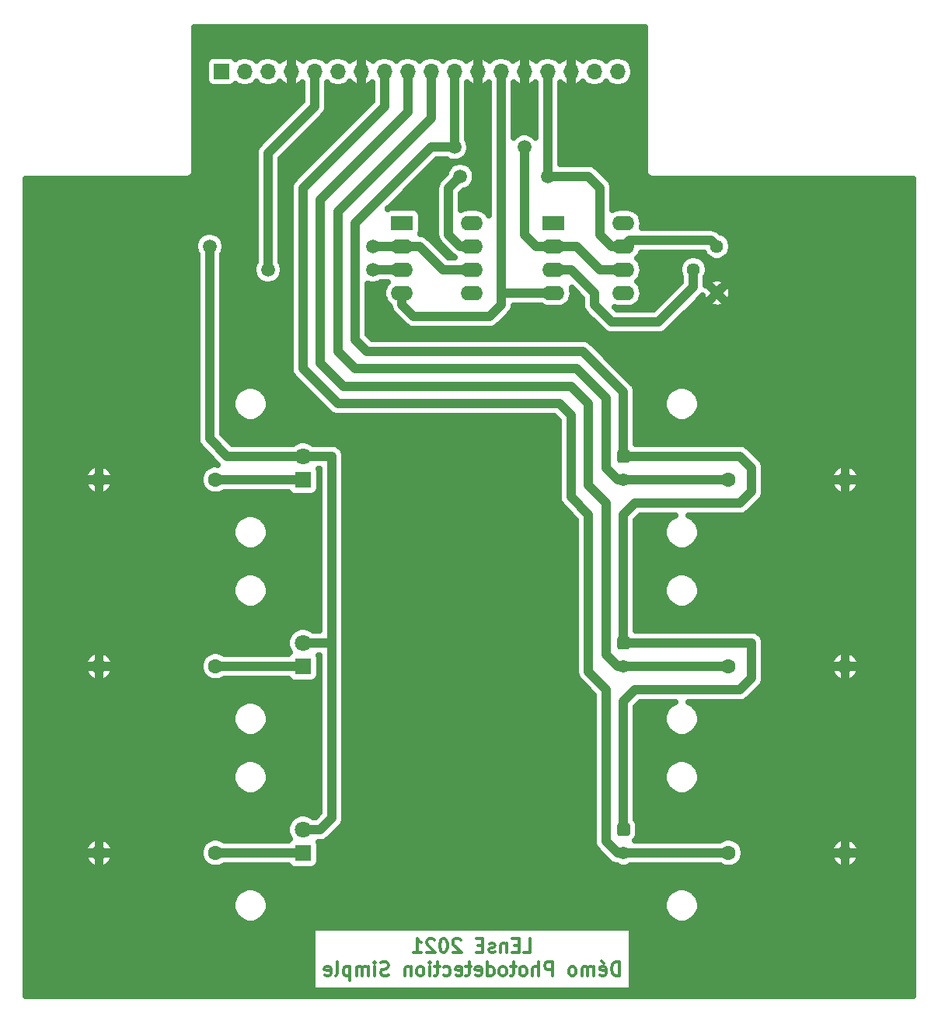
<source format=gbr>
%TF.GenerationSoftware,KiCad,Pcbnew,(5.1.6)-1*%
%TF.CreationDate,2021-03-26T11:01:25+01:00*%
%TF.ProjectId,carte_PhotodectionSimple,63617274-655f-4506-986f-746f64656374,rev?*%
%TF.SameCoordinates,Original*%
%TF.FileFunction,Copper,L2,Bot*%
%TF.FilePolarity,Positive*%
%FSLAX46Y46*%
G04 Gerber Fmt 4.6, Leading zero omitted, Abs format (unit mm)*
G04 Created by KiCad (PCBNEW (5.1.6)-1) date 2021-03-26 11:01:25*
%MOMM*%
%LPD*%
G01*
G04 APERTURE LIST*
%TA.AperFunction,NonConductor*%
%ADD10C,0.300000*%
%TD*%
%TA.AperFunction,ComponentPad*%
%ADD11R,1.700000X1.700000*%
%TD*%
%TA.AperFunction,ComponentPad*%
%ADD12O,1.700000X1.700000*%
%TD*%
%TA.AperFunction,ComponentPad*%
%ADD13R,1.800000X1.800000*%
%TD*%
%TA.AperFunction,ComponentPad*%
%ADD14C,1.800000*%
%TD*%
%TA.AperFunction,ComponentPad*%
%ADD15C,1.400000*%
%TD*%
%TA.AperFunction,ComponentPad*%
%ADD16O,1.600000X1.600000*%
%TD*%
%TA.AperFunction,ComponentPad*%
%ADD17C,1.600000*%
%TD*%
%TA.AperFunction,ComponentPad*%
%ADD18C,1.440000*%
%TD*%
%TA.AperFunction,ComponentPad*%
%ADD19O,2.400000X1.600000*%
%TD*%
%TA.AperFunction,ComponentPad*%
%ADD20R,2.400000X1.600000*%
%TD*%
%TA.AperFunction,ViaPad*%
%ADD21C,1.500000*%
%TD*%
%TA.AperFunction,Conductor*%
%ADD22C,1.000000*%
%TD*%
%TA.AperFunction,Conductor*%
%ADD23C,0.700000*%
%TD*%
G04 APERTURE END LIST*
D10*
X217062142Y-142278571D02*
X217776428Y-142278571D01*
X217776428Y-140778571D01*
X216562142Y-141492857D02*
X216062142Y-141492857D01*
X215847857Y-142278571D02*
X216562142Y-142278571D01*
X216562142Y-140778571D01*
X215847857Y-140778571D01*
X215205000Y-141278571D02*
X215205000Y-142278571D01*
X215205000Y-141421428D02*
X215133571Y-141350000D01*
X214990714Y-141278571D01*
X214776428Y-141278571D01*
X214633571Y-141350000D01*
X214562142Y-141492857D01*
X214562142Y-142278571D01*
X213919285Y-142207142D02*
X213776428Y-142278571D01*
X213490714Y-142278571D01*
X213347857Y-142207142D01*
X213276428Y-142064285D01*
X213276428Y-141992857D01*
X213347857Y-141850000D01*
X213490714Y-141778571D01*
X213705000Y-141778571D01*
X213847857Y-141707142D01*
X213919285Y-141564285D01*
X213919285Y-141492857D01*
X213847857Y-141350000D01*
X213705000Y-141278571D01*
X213490714Y-141278571D01*
X213347857Y-141350000D01*
X212633571Y-141492857D02*
X212133571Y-141492857D01*
X211919285Y-142278571D02*
X212633571Y-142278571D01*
X212633571Y-140778571D01*
X211919285Y-140778571D01*
X210205000Y-140921428D02*
X210133571Y-140850000D01*
X209990714Y-140778571D01*
X209633571Y-140778571D01*
X209490714Y-140850000D01*
X209419285Y-140921428D01*
X209347857Y-141064285D01*
X209347857Y-141207142D01*
X209419285Y-141421428D01*
X210276428Y-142278571D01*
X209347857Y-142278571D01*
X208419285Y-140778571D02*
X208276428Y-140778571D01*
X208133571Y-140850000D01*
X208062142Y-140921428D01*
X207990714Y-141064285D01*
X207919285Y-141350000D01*
X207919285Y-141707142D01*
X207990714Y-141992857D01*
X208062142Y-142135714D01*
X208133571Y-142207142D01*
X208276428Y-142278571D01*
X208419285Y-142278571D01*
X208562142Y-142207142D01*
X208633571Y-142135714D01*
X208705000Y-141992857D01*
X208776428Y-141707142D01*
X208776428Y-141350000D01*
X208705000Y-141064285D01*
X208633571Y-140921428D01*
X208562142Y-140850000D01*
X208419285Y-140778571D01*
X207347857Y-140921428D02*
X207276428Y-140850000D01*
X207133571Y-140778571D01*
X206776428Y-140778571D01*
X206633571Y-140850000D01*
X206562142Y-140921428D01*
X206490714Y-141064285D01*
X206490714Y-141207142D01*
X206562142Y-141421428D01*
X207419285Y-142278571D01*
X206490714Y-142278571D01*
X205062142Y-142278571D02*
X205919285Y-142278571D01*
X205490714Y-142278571D02*
X205490714Y-140778571D01*
X205633571Y-140992857D01*
X205776428Y-141135714D01*
X205919285Y-141207142D01*
X227490714Y-144828571D02*
X227490714Y-143328571D01*
X227133571Y-143328571D01*
X226919285Y-143400000D01*
X226776428Y-143542857D01*
X226705000Y-143685714D01*
X226633571Y-143971428D01*
X226633571Y-144185714D01*
X226705000Y-144471428D01*
X226776428Y-144614285D01*
X226919285Y-144757142D01*
X227133571Y-144828571D01*
X227490714Y-144828571D01*
X225419285Y-144757142D02*
X225562142Y-144828571D01*
X225847857Y-144828571D01*
X225990714Y-144757142D01*
X226062142Y-144614285D01*
X226062142Y-144042857D01*
X225990714Y-143900000D01*
X225847857Y-143828571D01*
X225562142Y-143828571D01*
X225419285Y-143900000D01*
X225347857Y-144042857D01*
X225347857Y-144185714D01*
X226062142Y-144328571D01*
X225562142Y-143257142D02*
X225776428Y-143471428D01*
X224705000Y-144828571D02*
X224705000Y-143828571D01*
X224705000Y-143971428D02*
X224633571Y-143900000D01*
X224490714Y-143828571D01*
X224276428Y-143828571D01*
X224133571Y-143900000D01*
X224062142Y-144042857D01*
X224062142Y-144828571D01*
X224062142Y-144042857D02*
X223990714Y-143900000D01*
X223847857Y-143828571D01*
X223633571Y-143828571D01*
X223490714Y-143900000D01*
X223419285Y-144042857D01*
X223419285Y-144828571D01*
X222490714Y-144828571D02*
X222633571Y-144757142D01*
X222705000Y-144685714D01*
X222776428Y-144542857D01*
X222776428Y-144114285D01*
X222705000Y-143971428D01*
X222633571Y-143900000D01*
X222490714Y-143828571D01*
X222276428Y-143828571D01*
X222133571Y-143900000D01*
X222062142Y-143971428D01*
X221990714Y-144114285D01*
X221990714Y-144542857D01*
X222062142Y-144685714D01*
X222133571Y-144757142D01*
X222276428Y-144828571D01*
X222490714Y-144828571D01*
X220205000Y-144828571D02*
X220205000Y-143328571D01*
X219633571Y-143328571D01*
X219490714Y-143400000D01*
X219419285Y-143471428D01*
X219347857Y-143614285D01*
X219347857Y-143828571D01*
X219419285Y-143971428D01*
X219490714Y-144042857D01*
X219633571Y-144114285D01*
X220205000Y-144114285D01*
X218705000Y-144828571D02*
X218705000Y-143328571D01*
X218062142Y-144828571D02*
X218062142Y-144042857D01*
X218133571Y-143900000D01*
X218276428Y-143828571D01*
X218490714Y-143828571D01*
X218633571Y-143900000D01*
X218705000Y-143971428D01*
X217133571Y-144828571D02*
X217276428Y-144757142D01*
X217347857Y-144685714D01*
X217419285Y-144542857D01*
X217419285Y-144114285D01*
X217347857Y-143971428D01*
X217276428Y-143900000D01*
X217133571Y-143828571D01*
X216919285Y-143828571D01*
X216776428Y-143900000D01*
X216705000Y-143971428D01*
X216633571Y-144114285D01*
X216633571Y-144542857D01*
X216705000Y-144685714D01*
X216776428Y-144757142D01*
X216919285Y-144828571D01*
X217133571Y-144828571D01*
X216205000Y-143828571D02*
X215633571Y-143828571D01*
X215990714Y-143328571D02*
X215990714Y-144614285D01*
X215919285Y-144757142D01*
X215776428Y-144828571D01*
X215633571Y-144828571D01*
X214919285Y-144828571D02*
X215062142Y-144757142D01*
X215133571Y-144685714D01*
X215205000Y-144542857D01*
X215205000Y-144114285D01*
X215133571Y-143971428D01*
X215062142Y-143900000D01*
X214919285Y-143828571D01*
X214705000Y-143828571D01*
X214562142Y-143900000D01*
X214490714Y-143971428D01*
X214419285Y-144114285D01*
X214419285Y-144542857D01*
X214490714Y-144685714D01*
X214562142Y-144757142D01*
X214705000Y-144828571D01*
X214919285Y-144828571D01*
X213133571Y-144828571D02*
X213133571Y-143328571D01*
X213133571Y-144757142D02*
X213276428Y-144828571D01*
X213562142Y-144828571D01*
X213705000Y-144757142D01*
X213776428Y-144685714D01*
X213847857Y-144542857D01*
X213847857Y-144114285D01*
X213776428Y-143971428D01*
X213705000Y-143900000D01*
X213562142Y-143828571D01*
X213276428Y-143828571D01*
X213133571Y-143900000D01*
X211847857Y-144757142D02*
X211990714Y-144828571D01*
X212276428Y-144828571D01*
X212419285Y-144757142D01*
X212490714Y-144614285D01*
X212490714Y-144042857D01*
X212419285Y-143900000D01*
X212276428Y-143828571D01*
X211990714Y-143828571D01*
X211847857Y-143900000D01*
X211776428Y-144042857D01*
X211776428Y-144185714D01*
X212490714Y-144328571D01*
X211347857Y-143828571D02*
X210776428Y-143828571D01*
X211133571Y-143328571D02*
X211133571Y-144614285D01*
X211062142Y-144757142D01*
X210919285Y-144828571D01*
X210776428Y-144828571D01*
X209705000Y-144757142D02*
X209847857Y-144828571D01*
X210133571Y-144828571D01*
X210276428Y-144757142D01*
X210347857Y-144614285D01*
X210347857Y-144042857D01*
X210276428Y-143900000D01*
X210133571Y-143828571D01*
X209847857Y-143828571D01*
X209705000Y-143900000D01*
X209633571Y-144042857D01*
X209633571Y-144185714D01*
X210347857Y-144328571D01*
X208347857Y-144757142D02*
X208490714Y-144828571D01*
X208776428Y-144828571D01*
X208919285Y-144757142D01*
X208990714Y-144685714D01*
X209062142Y-144542857D01*
X209062142Y-144114285D01*
X208990714Y-143971428D01*
X208919285Y-143900000D01*
X208776428Y-143828571D01*
X208490714Y-143828571D01*
X208347857Y-143900000D01*
X207919285Y-143828571D02*
X207347857Y-143828571D01*
X207705000Y-143328571D02*
X207705000Y-144614285D01*
X207633571Y-144757142D01*
X207490714Y-144828571D01*
X207347857Y-144828571D01*
X206847857Y-144828571D02*
X206847857Y-143828571D01*
X206847857Y-143328571D02*
X206919285Y-143400000D01*
X206847857Y-143471428D01*
X206776428Y-143400000D01*
X206847857Y-143328571D01*
X206847857Y-143471428D01*
X205919285Y-144828571D02*
X206062142Y-144757142D01*
X206133571Y-144685714D01*
X206205000Y-144542857D01*
X206205000Y-144114285D01*
X206133571Y-143971428D01*
X206062142Y-143900000D01*
X205919285Y-143828571D01*
X205705000Y-143828571D01*
X205562142Y-143900000D01*
X205490714Y-143971428D01*
X205419285Y-144114285D01*
X205419285Y-144542857D01*
X205490714Y-144685714D01*
X205562142Y-144757142D01*
X205705000Y-144828571D01*
X205919285Y-144828571D01*
X204776428Y-143828571D02*
X204776428Y-144828571D01*
X204776428Y-143971428D02*
X204705000Y-143900000D01*
X204562142Y-143828571D01*
X204347857Y-143828571D01*
X204205000Y-143900000D01*
X204133571Y-144042857D01*
X204133571Y-144828571D01*
X202347857Y-144757142D02*
X202133571Y-144828571D01*
X201776428Y-144828571D01*
X201633571Y-144757142D01*
X201562142Y-144685714D01*
X201490714Y-144542857D01*
X201490714Y-144400000D01*
X201562142Y-144257142D01*
X201633571Y-144185714D01*
X201776428Y-144114285D01*
X202062142Y-144042857D01*
X202205000Y-143971428D01*
X202276428Y-143900000D01*
X202347857Y-143757142D01*
X202347857Y-143614285D01*
X202276428Y-143471428D01*
X202205000Y-143400000D01*
X202062142Y-143328571D01*
X201705000Y-143328571D01*
X201490714Y-143400000D01*
X200847857Y-144828571D02*
X200847857Y-143828571D01*
X200847857Y-143328571D02*
X200919285Y-143400000D01*
X200847857Y-143471428D01*
X200776428Y-143400000D01*
X200847857Y-143328571D01*
X200847857Y-143471428D01*
X200133571Y-144828571D02*
X200133571Y-143828571D01*
X200133571Y-143971428D02*
X200062142Y-143900000D01*
X199919285Y-143828571D01*
X199705000Y-143828571D01*
X199562142Y-143900000D01*
X199490714Y-144042857D01*
X199490714Y-144828571D01*
X199490714Y-144042857D02*
X199419285Y-143900000D01*
X199276428Y-143828571D01*
X199062142Y-143828571D01*
X198919285Y-143900000D01*
X198847857Y-144042857D01*
X198847857Y-144828571D01*
X198133571Y-143828571D02*
X198133571Y-145328571D01*
X198133571Y-143900000D02*
X197990714Y-143828571D01*
X197705000Y-143828571D01*
X197562142Y-143900000D01*
X197490714Y-143971428D01*
X197419285Y-144114285D01*
X197419285Y-144542857D01*
X197490714Y-144685714D01*
X197562142Y-144757142D01*
X197705000Y-144828571D01*
X197990714Y-144828571D01*
X198133571Y-144757142D01*
X196562142Y-144828571D02*
X196705000Y-144757142D01*
X196776428Y-144614285D01*
X196776428Y-143328571D01*
X195419285Y-144757142D02*
X195562142Y-144828571D01*
X195847857Y-144828571D01*
X195990714Y-144757142D01*
X196062142Y-144614285D01*
X196062142Y-144042857D01*
X195990714Y-143900000D01*
X195847857Y-143828571D01*
X195562142Y-143828571D01*
X195419285Y-143900000D01*
X195347857Y-144042857D01*
X195347857Y-144185714D01*
X196062142Y-144328571D01*
D11*
%TO.P,J1,1*%
%TO.N,Net-(J1-Pad1)*%
X184150000Y-46355000D03*
D12*
%TO.P,J1,2*%
%TO.N,Net-(J1-Pad2)*%
X186690000Y-46355000D03*
%TO.P,J1,3*%
%TO.N,Net-(J1-Pad3)*%
X189230000Y-46355000D03*
%TO.P,J1,4*%
%TO.N,GND*%
X191770000Y-46355000D03*
%TO.P,J1,5*%
%TO.N,IN1*%
X194310000Y-46355000D03*
%TO.P,J1,6*%
%TO.N,IN2*%
X196850000Y-46355000D03*
%TO.P,J1,7*%
%TO.N,GND*%
X199390000Y-46355000D03*
%TO.P,J1,8*%
%TO.N,OUT1*%
X201930000Y-46355000D03*
%TO.P,J1,9*%
%TO.N,OUT2*%
X204470000Y-46355000D03*
%TO.P,J1,10*%
%TO.N,OUT3*%
X207010000Y-46355000D03*
%TO.P,J1,11*%
%TO.N,OUT4*%
X209550000Y-46355000D03*
%TO.P,J1,12*%
%TO.N,GND*%
X212090000Y-46355000D03*
%TO.P,J1,13*%
%TO.N,-15V*%
X214630000Y-46355000D03*
%TO.P,J1,14*%
%TO.N,GND*%
X217170000Y-46355000D03*
%TO.P,J1,15*%
%TO.N,+15V*%
X219710000Y-46355000D03*
%TO.P,J1,16*%
%TO.N,GND*%
X222250000Y-46355000D03*
%TO.P,J1,17*%
%TO.N,5V*%
X224790000Y-46355000D03*
%TO.P,J1,18*%
%TO.N,3.3V*%
X227330000Y-46355000D03*
%TD*%
D13*
%TO.P,D1,1*%
%TO.N,Net-(D1-Pad1)*%
X193040000Y-90805000D03*
D14*
%TO.P,D1,2*%
%TO.N,LED_IN*%
X193040000Y-88265000D03*
%TD*%
%TO.P,D2,2*%
%TO.N,LED_IN*%
X193040000Y-108585000D03*
D13*
%TO.P,D2,1*%
%TO.N,Net-(D2-Pad1)*%
X193040000Y-111125000D03*
%TD*%
%TO.P,D3,1*%
%TO.N,Net-(D3-Pad1)*%
X193040000Y-131445000D03*
D14*
%TO.P,D3,2*%
%TO.N,LED_IN*%
X193040000Y-128905000D03*
%TD*%
D15*
%TO.P,D4,2*%
%TO.N,OUT3*%
X227965000Y-90825000D03*
%TO.P,D4,1*%
%TO.N,OUT4*%
%TA.AperFunction,ComponentPad*%
G36*
G01*
X227514200Y-87565000D02*
X228415800Y-87565000D01*
G75*
G02*
X228665000Y-87814200I0J-249200D01*
G01*
X228665000Y-88715800D01*
G75*
G02*
X228415800Y-88965000I-249200J0D01*
G01*
X227514200Y-88965000D01*
G75*
G02*
X227265000Y-88715800I0J249200D01*
G01*
X227265000Y-87814200D01*
G75*
G02*
X227514200Y-87565000I249200J0D01*
G01*
G37*
%TD.AperFunction*%
%TD*%
%TO.P,D5,1*%
%TO.N,OUT4*%
%TA.AperFunction,ComponentPad*%
G36*
G01*
X227514200Y-107885000D02*
X228415800Y-107885000D01*
G75*
G02*
X228665000Y-108134200I0J-249200D01*
G01*
X228665000Y-109035800D01*
G75*
G02*
X228415800Y-109285000I-249200J0D01*
G01*
X227514200Y-109285000D01*
G75*
G02*
X227265000Y-109035800I0J249200D01*
G01*
X227265000Y-108134200D01*
G75*
G02*
X227514200Y-107885000I249200J0D01*
G01*
G37*
%TD.AperFunction*%
%TO.P,D5,2*%
%TO.N,OUT2*%
X227965000Y-111145000D03*
%TD*%
%TO.P,D6,2*%
%TO.N,OUT1*%
X227965000Y-131465000D03*
%TO.P,D6,1*%
%TO.N,OUT4*%
%TA.AperFunction,ComponentPad*%
G36*
G01*
X227514200Y-128205000D02*
X228415800Y-128205000D01*
G75*
G02*
X228665000Y-128454200I0J-249200D01*
G01*
X228665000Y-129355800D01*
G75*
G02*
X228415800Y-129605000I-249200J0D01*
G01*
X227514200Y-129605000D01*
G75*
G02*
X227265000Y-129355800I0J249200D01*
G01*
X227265000Y-128454200D01*
G75*
G02*
X227514200Y-128205000I249200J0D01*
G01*
G37*
%TD.AperFunction*%
%TD*%
D16*
%TO.P,R1,2*%
%TO.N,GND*%
X170815000Y-90805000D03*
D17*
%TO.P,R1,1*%
%TO.N,Net-(D1-Pad1)*%
X183515000Y-90805000D03*
%TD*%
D16*
%TO.P,R2,2*%
%TO.N,GND*%
X170815000Y-111125000D03*
D17*
%TO.P,R2,1*%
%TO.N,Net-(D2-Pad1)*%
X183515000Y-111125000D03*
%TD*%
D16*
%TO.P,R3,2*%
%TO.N,GND*%
X170815000Y-131445000D03*
D17*
%TO.P,R3,1*%
%TO.N,Net-(D3-Pad1)*%
X183515000Y-131445000D03*
%TD*%
%TO.P,R4,1*%
%TO.N,OUT3*%
X239395000Y-90805000D03*
D16*
%TO.P,R4,2*%
%TO.N,GND*%
X252095000Y-90805000D03*
%TD*%
D17*
%TO.P,R5,1*%
%TO.N,OUT2*%
X239395000Y-111125000D03*
D16*
%TO.P,R5,2*%
%TO.N,GND*%
X252095000Y-111125000D03*
%TD*%
D17*
%TO.P,R6,1*%
%TO.N,OUT1*%
X239395000Y-131445000D03*
D16*
%TO.P,R6,2*%
%TO.N,GND*%
X252095000Y-131445000D03*
%TD*%
D18*
%TO.P,RV1,3*%
%TO.N,GND*%
X238125000Y-70485000D03*
%TO.P,RV1,2*%
%TO.N,Net-(RV1-Pad2)*%
X235585000Y-67945000D03*
%TO.P,RV1,1*%
%TO.N,+15V*%
X238125000Y-65405000D03*
%TD*%
D19*
%TO.P,U1,8*%
%TO.N,Net-(U1-Pad8)*%
X227965000Y-62865000D03*
%TO.P,U1,4*%
%TO.N,-15V*%
X220345000Y-70485000D03*
%TO.P,U1,7*%
%TO.N,+15V*%
X227965000Y-65405000D03*
%TO.P,U1,3*%
%TO.N,Net-(RV1-Pad2)*%
X220345000Y-67945000D03*
%TO.P,U1,6*%
%TO.N,OUT4*%
X227965000Y-67945000D03*
%TO.P,U1,2*%
X220345000Y-65405000D03*
%TO.P,U1,5*%
%TO.N,Net-(U1-Pad5)*%
X227965000Y-70485000D03*
D20*
%TO.P,U1,1*%
%TO.N,Net-(U1-Pad1)*%
X220345000Y-62865000D03*
%TD*%
%TO.P,U2,1*%
%TO.N,Net-(U2-Pad1)*%
X203835000Y-62865000D03*
D19*
%TO.P,U2,5*%
%TO.N,Net-(U2-Pad5)*%
X211455000Y-70485000D03*
%TO.P,U2,2*%
%TO.N,LED_IN*%
X203835000Y-65405000D03*
%TO.P,U2,6*%
X211455000Y-67945000D03*
%TO.P,U2,3*%
%TO.N,IN1*%
X203835000Y-67945000D03*
%TO.P,U2,7*%
%TO.N,+15V*%
X211455000Y-65405000D03*
%TO.P,U2,4*%
%TO.N,-15V*%
X203835000Y-70485000D03*
%TO.P,U2,8*%
%TO.N,Net-(U2-Pad8)*%
X211455000Y-62865000D03*
%TD*%
D21*
%TO.N,LED_IN*%
X200660000Y-65405000D03*
X182880000Y-65405000D03*
%TO.N,OUT4*%
X209550000Y-54610000D03*
X217170000Y-54610000D03*
%TO.N,IN1*%
X189230000Y-67945000D03*
X200660000Y-67945000D03*
%TO.N,+15V*%
X210185000Y-57785000D03*
X210185000Y-57785000D03*
X219710000Y-57785000D03*
%TD*%
D22*
%TO.N,Net-(D1-Pad1)*%
X183515000Y-90805000D02*
X193040000Y-90805000D01*
%TO.N,LED_IN*%
X203835000Y-65405000D02*
X205740000Y-65405000D01*
X208280000Y-67945000D02*
X211455000Y-67945000D01*
X205740000Y-65405000D02*
X208280000Y-67945000D01*
X194945000Y-128905000D02*
X193040000Y-128905000D01*
X196215000Y-127635000D02*
X194945000Y-128905000D01*
X193040000Y-88265000D02*
X196215000Y-88265000D01*
X193040000Y-108585000D02*
X196215000Y-108585000D01*
X196215000Y-88265000D02*
X196215000Y-108585000D01*
X196215000Y-108585000D02*
X196215000Y-127635000D01*
X203835000Y-65405000D02*
X200660000Y-65405000D01*
X182880000Y-65405000D02*
X182880000Y-86360000D01*
X184785000Y-88265000D02*
X193040000Y-88265000D01*
X182880000Y-86360000D02*
X184785000Y-88265000D01*
%TO.N,Net-(D2-Pad1)*%
X183515000Y-111125000D02*
X193040000Y-111125000D01*
%TO.N,Net-(D3-Pad1)*%
X183515000Y-131445000D02*
X193040000Y-131445000D01*
%TO.N,OUT1*%
X239375000Y-131465000D02*
X239395000Y-131445000D01*
X227965000Y-131465000D02*
X239375000Y-131465000D01*
X227350000Y-131465000D02*
X227965000Y-131465000D01*
X226060000Y-130175000D02*
X227350000Y-131465000D01*
X196850000Y-82550000D02*
X220980000Y-82550000D01*
X201930000Y-46355000D02*
X201930000Y-50165000D01*
X201930000Y-50165000D02*
X193040000Y-59055000D01*
X222250000Y-83820000D02*
X222250000Y-92710000D01*
X193040000Y-78740000D02*
X196850000Y-82550000D01*
X220980000Y-82550000D02*
X222250000Y-83820000D01*
X193040000Y-59055000D02*
X193040000Y-78740000D01*
X222250000Y-92710000D02*
X224155000Y-94615000D01*
X224155000Y-94615000D02*
X224155000Y-111760000D01*
X224155000Y-111760000D02*
X226060000Y-113665000D01*
X226060000Y-113665000D02*
X226060000Y-130175000D01*
%TO.N,OUT4*%
X220345000Y-65405000D02*
X222885000Y-65405000D01*
X225425000Y-67945000D02*
X227965000Y-67945000D01*
X222885000Y-65405000D02*
X225425000Y-67945000D01*
X227965000Y-87630000D02*
X227965000Y-88265000D01*
X241935000Y-108585000D02*
X227965000Y-108585000D01*
X240665000Y-113665000D02*
X229235000Y-113665000D01*
X241935000Y-108585000D02*
X241935000Y-112395000D01*
X227965000Y-114935000D02*
X227965000Y-128905000D01*
X229235000Y-113665000D02*
X227965000Y-114935000D01*
X241935000Y-112395000D02*
X240665000Y-113665000D01*
X227965000Y-94615000D02*
X227965000Y-108585000D01*
X229235000Y-93345000D02*
X227965000Y-94615000D01*
X240665000Y-88265000D02*
X241935000Y-89535000D01*
X240665000Y-93345000D02*
X229235000Y-93345000D01*
X227965000Y-88265000D02*
X240665000Y-88265000D01*
X241935000Y-89535000D02*
X241935000Y-92075000D01*
X241935000Y-92075000D02*
X240665000Y-93345000D01*
X209550000Y-46355000D02*
X209550000Y-54610000D01*
X217170000Y-54610000D02*
X217170000Y-64135000D01*
X218440000Y-65405000D02*
X220345000Y-65405000D01*
X217170000Y-64135000D02*
X218440000Y-65405000D01*
X207010000Y-54610000D02*
X209550000Y-54610000D01*
X227965000Y-81280000D02*
X223520000Y-76835000D01*
X198755000Y-62865000D02*
X207010000Y-54610000D01*
X227965000Y-88265000D02*
X227965000Y-81280000D01*
X223520000Y-76835000D02*
X200025000Y-76835000D01*
X198755000Y-75565000D02*
X198755000Y-62865000D01*
X200025000Y-76835000D02*
X198755000Y-75565000D01*
%TO.N,OUT2*%
X239375000Y-111145000D02*
X239395000Y-111125000D01*
X227965000Y-111145000D02*
X239375000Y-111145000D01*
X222250000Y-80645000D02*
X197485000Y-80645000D01*
X224155000Y-82550000D02*
X222250000Y-80645000D01*
X197485000Y-80645000D02*
X194945000Y-78105000D01*
X227350000Y-111145000D02*
X226060000Y-109855000D01*
X227965000Y-111145000D02*
X227350000Y-111145000D01*
X226060000Y-109855000D02*
X226060000Y-93345000D01*
X194945000Y-60325000D02*
X204470000Y-50800000D01*
X194945000Y-78105000D02*
X194945000Y-60325000D01*
X226060000Y-93345000D02*
X224155000Y-91440000D01*
X204470000Y-50800000D02*
X204470000Y-46355000D01*
X224155000Y-91440000D02*
X224155000Y-82550000D01*
%TO.N,OUT3*%
X239375000Y-90825000D02*
X239395000Y-90805000D01*
X227965000Y-90825000D02*
X239375000Y-90825000D01*
X227370000Y-90825000D02*
X227965000Y-90825000D01*
X226060000Y-89515000D02*
X227370000Y-90825000D01*
X226060000Y-81915000D02*
X226060000Y-89515000D01*
X222885000Y-78740000D02*
X226060000Y-81915000D01*
X207010000Y-51435000D02*
X196850000Y-61595000D01*
X198755000Y-78740000D02*
X222885000Y-78740000D01*
X207010000Y-46355000D02*
X207010000Y-51435000D01*
X196850000Y-61595000D02*
X196850000Y-76835000D01*
X196850000Y-76835000D02*
X198755000Y-78740000D01*
%TO.N,IN1*%
X189230000Y-55245000D02*
X189230000Y-67945000D01*
X194310000Y-46355000D02*
X194310000Y-50165000D01*
X194310000Y-50165000D02*
X189230000Y-55245000D01*
X203835000Y-67945000D02*
X200660000Y-67945000D01*
%TO.N,-15V*%
X214630000Y-46355000D02*
X214630000Y-69215000D01*
X203835000Y-70485000D02*
X203835000Y-71755000D01*
X203835000Y-71755000D02*
X205105000Y-73025000D01*
X205105000Y-73025000D02*
X213360000Y-73025000D01*
X214630000Y-71755000D02*
X214630000Y-69215000D01*
X213360000Y-73025000D02*
X214630000Y-71755000D01*
X214630000Y-70485000D02*
X220345000Y-70485000D01*
X214630000Y-69215000D02*
X214630000Y-70485000D01*
%TO.N,+15V*%
X211455000Y-65405000D02*
X210185000Y-65405000D01*
X210185000Y-65405000D02*
X208915000Y-64135000D01*
X208915000Y-64135000D02*
X208915000Y-59055000D01*
X208915000Y-59055000D02*
X210185000Y-57785000D01*
X219710000Y-57785000D02*
X219710000Y-46355000D01*
X225425000Y-64135000D02*
X226695000Y-65405000D01*
X225425000Y-59055000D02*
X225425000Y-64135000D01*
X219710000Y-57785000D02*
X224155000Y-57785000D01*
X226695000Y-65405000D02*
X227965000Y-65405000D01*
X224155000Y-57785000D02*
X225425000Y-59055000D01*
X237490000Y-64770000D02*
X238125000Y-65405000D01*
X227965000Y-65405000D02*
X228600000Y-64770000D01*
X228600000Y-64770000D02*
X237490000Y-64770000D01*
%TO.N,Net-(RV1-Pad2)*%
X220345000Y-67945000D02*
X222250000Y-67945000D01*
X222250000Y-67945000D02*
X224790000Y-70485000D01*
X224790000Y-70485000D02*
X224790000Y-71755000D01*
X224790000Y-71755000D02*
X226695000Y-73660000D01*
X226695000Y-73660000D02*
X231775000Y-73660000D01*
X235585000Y-69850000D02*
X235585000Y-67945000D01*
X231775000Y-73660000D02*
X235585000Y-69850000D01*
%TD*%
D23*
%TO.N,GND*%
G36*
X230257001Y-57106616D02*
G01*
X230252728Y-57150000D01*
X230269777Y-57323098D01*
X230320268Y-57489544D01*
X230402260Y-57642942D01*
X230512604Y-57777396D01*
X230647058Y-57887740D01*
X230800456Y-57969732D01*
X230966902Y-58020223D01*
X231096627Y-58033000D01*
X231140000Y-58037272D01*
X231183373Y-58033000D01*
X259467000Y-58033000D01*
X259467001Y-147072000D01*
X162808000Y-147072000D01*
X162808000Y-139587000D01*
X194054143Y-139587000D01*
X194054143Y-146403000D01*
X228855857Y-146403000D01*
X228855857Y-139587000D01*
X194054143Y-139587000D01*
X162808000Y-139587000D01*
X162808000Y-136967154D01*
X185367000Y-136967154D01*
X185367000Y-137352846D01*
X185442245Y-137731128D01*
X185589843Y-138087461D01*
X185804122Y-138408152D01*
X186076848Y-138680878D01*
X186397539Y-138895157D01*
X186753872Y-139042755D01*
X187132154Y-139118000D01*
X187517846Y-139118000D01*
X187896128Y-139042755D01*
X188252461Y-138895157D01*
X188573152Y-138680878D01*
X188845878Y-138408152D01*
X189060157Y-138087461D01*
X189207755Y-137731128D01*
X189283000Y-137352846D01*
X189283000Y-136967154D01*
X232357000Y-136967154D01*
X232357000Y-137352846D01*
X232432245Y-137731128D01*
X232579843Y-138087461D01*
X232794122Y-138408152D01*
X233066848Y-138680878D01*
X233387539Y-138895157D01*
X233743872Y-139042755D01*
X234122154Y-139118000D01*
X234507846Y-139118000D01*
X234886128Y-139042755D01*
X235242461Y-138895157D01*
X235563152Y-138680878D01*
X235835878Y-138408152D01*
X236050157Y-138087461D01*
X236197755Y-137731128D01*
X236273000Y-137352846D01*
X236273000Y-136967154D01*
X236197755Y-136588872D01*
X236050157Y-136232539D01*
X235835878Y-135911848D01*
X235563152Y-135639122D01*
X235242461Y-135424843D01*
X234886128Y-135277245D01*
X234507846Y-135202000D01*
X234122154Y-135202000D01*
X233743872Y-135277245D01*
X233387539Y-135424843D01*
X233066848Y-135639122D01*
X232794122Y-135911848D01*
X232579843Y-136232539D01*
X232432245Y-136588872D01*
X232357000Y-136967154D01*
X189283000Y-136967154D01*
X189207755Y-136588872D01*
X189060157Y-136232539D01*
X188845878Y-135911848D01*
X188573152Y-135639122D01*
X188252461Y-135424843D01*
X187896128Y-135277245D01*
X187517846Y-135202000D01*
X187132154Y-135202000D01*
X186753872Y-135277245D01*
X186397539Y-135424843D01*
X186076848Y-135639122D01*
X185804122Y-135911848D01*
X185589843Y-136232539D01*
X185442245Y-136588872D01*
X185367000Y-136967154D01*
X162808000Y-136967154D01*
X162808000Y-131851458D01*
X169207593Y-131851458D01*
X169252669Y-132000072D01*
X169390978Y-132294202D01*
X169584011Y-132555698D01*
X169824350Y-132774510D01*
X170102760Y-132942230D01*
X170408541Y-133052412D01*
X170665000Y-132881706D01*
X170665000Y-131595000D01*
X170965000Y-131595000D01*
X170965000Y-132881706D01*
X171221459Y-133052412D01*
X171527240Y-132942230D01*
X171805650Y-132774510D01*
X172045989Y-132555698D01*
X172239022Y-132294202D01*
X172377331Y-132000072D01*
X172422407Y-131851458D01*
X172250685Y-131595000D01*
X170965000Y-131595000D01*
X170665000Y-131595000D01*
X169379315Y-131595000D01*
X169207593Y-131851458D01*
X162808000Y-131851458D01*
X162808000Y-131038542D01*
X169207593Y-131038542D01*
X169379315Y-131295000D01*
X170665000Y-131295000D01*
X170665000Y-130008294D01*
X170965000Y-130008294D01*
X170965000Y-131295000D01*
X172250685Y-131295000D01*
X172422407Y-131038542D01*
X172377331Y-130889928D01*
X172239022Y-130595798D01*
X172045989Y-130334302D01*
X171805650Y-130115490D01*
X171527240Y-129947770D01*
X171221459Y-129837588D01*
X170965000Y-130008294D01*
X170665000Y-130008294D01*
X170408541Y-129837588D01*
X170102760Y-129947770D01*
X169824350Y-130115490D01*
X169584011Y-130334302D01*
X169390978Y-130595798D01*
X169252669Y-130889928D01*
X169207593Y-131038542D01*
X162808000Y-131038542D01*
X162808000Y-122997154D01*
X185367000Y-122997154D01*
X185367000Y-123382846D01*
X185442245Y-123761128D01*
X185589843Y-124117461D01*
X185804122Y-124438152D01*
X186076848Y-124710878D01*
X186397539Y-124925157D01*
X186753872Y-125072755D01*
X187132154Y-125148000D01*
X187517846Y-125148000D01*
X187896128Y-125072755D01*
X188252461Y-124925157D01*
X188573152Y-124710878D01*
X188845878Y-124438152D01*
X189060157Y-124117461D01*
X189207755Y-123761128D01*
X189283000Y-123382846D01*
X189283000Y-122997154D01*
X189207755Y-122618872D01*
X189060157Y-122262539D01*
X188845878Y-121941848D01*
X188573152Y-121669122D01*
X188252461Y-121454843D01*
X187896128Y-121307245D01*
X187517846Y-121232000D01*
X187132154Y-121232000D01*
X186753872Y-121307245D01*
X186397539Y-121454843D01*
X186076848Y-121669122D01*
X185804122Y-121941848D01*
X185589843Y-122262539D01*
X185442245Y-122618872D01*
X185367000Y-122997154D01*
X162808000Y-122997154D01*
X162808000Y-116647154D01*
X185367000Y-116647154D01*
X185367000Y-117032846D01*
X185442245Y-117411128D01*
X185589843Y-117767461D01*
X185804122Y-118088152D01*
X186076848Y-118360878D01*
X186397539Y-118575157D01*
X186753872Y-118722755D01*
X187132154Y-118798000D01*
X187517846Y-118798000D01*
X187896128Y-118722755D01*
X188252461Y-118575157D01*
X188573152Y-118360878D01*
X188845878Y-118088152D01*
X189060157Y-117767461D01*
X189207755Y-117411128D01*
X189283000Y-117032846D01*
X189283000Y-116647154D01*
X189207755Y-116268872D01*
X189060157Y-115912539D01*
X188845878Y-115591848D01*
X188573152Y-115319122D01*
X188252461Y-115104843D01*
X187896128Y-114957245D01*
X187517846Y-114882000D01*
X187132154Y-114882000D01*
X186753872Y-114957245D01*
X186397539Y-115104843D01*
X186076848Y-115319122D01*
X185804122Y-115591848D01*
X185589843Y-115912539D01*
X185442245Y-116268872D01*
X185367000Y-116647154D01*
X162808000Y-116647154D01*
X162808000Y-111531458D01*
X169207593Y-111531458D01*
X169252669Y-111680072D01*
X169390978Y-111974202D01*
X169584011Y-112235698D01*
X169824350Y-112454510D01*
X170102760Y-112622230D01*
X170408541Y-112732412D01*
X170665000Y-112561706D01*
X170665000Y-111275000D01*
X170965000Y-111275000D01*
X170965000Y-112561706D01*
X171221459Y-112732412D01*
X171527240Y-112622230D01*
X171805650Y-112454510D01*
X172045989Y-112235698D01*
X172239022Y-111974202D01*
X172377331Y-111680072D01*
X172422407Y-111531458D01*
X172250685Y-111275000D01*
X170965000Y-111275000D01*
X170665000Y-111275000D01*
X169379315Y-111275000D01*
X169207593Y-111531458D01*
X162808000Y-111531458D01*
X162808000Y-110718542D01*
X169207593Y-110718542D01*
X169379315Y-110975000D01*
X170665000Y-110975000D01*
X170665000Y-109688294D01*
X170965000Y-109688294D01*
X170965000Y-110975000D01*
X172250685Y-110975000D01*
X172422407Y-110718542D01*
X172377331Y-110569928D01*
X172239022Y-110275798D01*
X172045989Y-110014302D01*
X171805650Y-109795490D01*
X171527240Y-109627770D01*
X171221459Y-109517588D01*
X170965000Y-109688294D01*
X170665000Y-109688294D01*
X170408541Y-109517588D01*
X170102760Y-109627770D01*
X169824350Y-109795490D01*
X169584011Y-110014302D01*
X169390978Y-110275798D01*
X169252669Y-110569928D01*
X169207593Y-110718542D01*
X162808000Y-110718542D01*
X162808000Y-102677154D01*
X185367000Y-102677154D01*
X185367000Y-103062846D01*
X185442245Y-103441128D01*
X185589843Y-103797461D01*
X185804122Y-104118152D01*
X186076848Y-104390878D01*
X186397539Y-104605157D01*
X186753872Y-104752755D01*
X187132154Y-104828000D01*
X187517846Y-104828000D01*
X187896128Y-104752755D01*
X188252461Y-104605157D01*
X188573152Y-104390878D01*
X188845878Y-104118152D01*
X189060157Y-103797461D01*
X189207755Y-103441128D01*
X189283000Y-103062846D01*
X189283000Y-102677154D01*
X189207755Y-102298872D01*
X189060157Y-101942539D01*
X188845878Y-101621848D01*
X188573152Y-101349122D01*
X188252461Y-101134843D01*
X187896128Y-100987245D01*
X187517846Y-100912000D01*
X187132154Y-100912000D01*
X186753872Y-100987245D01*
X186397539Y-101134843D01*
X186076848Y-101349122D01*
X185804122Y-101621848D01*
X185589843Y-101942539D01*
X185442245Y-102298872D01*
X185367000Y-102677154D01*
X162808000Y-102677154D01*
X162808000Y-96327154D01*
X185367000Y-96327154D01*
X185367000Y-96712846D01*
X185442245Y-97091128D01*
X185589843Y-97447461D01*
X185804122Y-97768152D01*
X186076848Y-98040878D01*
X186397539Y-98255157D01*
X186753872Y-98402755D01*
X187132154Y-98478000D01*
X187517846Y-98478000D01*
X187896128Y-98402755D01*
X188252461Y-98255157D01*
X188573152Y-98040878D01*
X188845878Y-97768152D01*
X189060157Y-97447461D01*
X189207755Y-97091128D01*
X189283000Y-96712846D01*
X189283000Y-96327154D01*
X189207755Y-95948872D01*
X189060157Y-95592539D01*
X188845878Y-95271848D01*
X188573152Y-94999122D01*
X188252461Y-94784843D01*
X187896128Y-94637245D01*
X187517846Y-94562000D01*
X187132154Y-94562000D01*
X186753872Y-94637245D01*
X186397539Y-94784843D01*
X186076848Y-94999122D01*
X185804122Y-95271848D01*
X185589843Y-95592539D01*
X185442245Y-95948872D01*
X185367000Y-96327154D01*
X162808000Y-96327154D01*
X162808000Y-91211458D01*
X169207593Y-91211458D01*
X169252669Y-91360072D01*
X169390978Y-91654202D01*
X169584011Y-91915698D01*
X169824350Y-92134510D01*
X170102760Y-92302230D01*
X170408541Y-92412412D01*
X170665000Y-92241706D01*
X170665000Y-90955000D01*
X170965000Y-90955000D01*
X170965000Y-92241706D01*
X171221459Y-92412412D01*
X171527240Y-92302230D01*
X171805650Y-92134510D01*
X172045989Y-91915698D01*
X172239022Y-91654202D01*
X172377331Y-91360072D01*
X172422407Y-91211458D01*
X172250685Y-90955000D01*
X170965000Y-90955000D01*
X170665000Y-90955000D01*
X169379315Y-90955000D01*
X169207593Y-91211458D01*
X162808000Y-91211458D01*
X162808000Y-90398542D01*
X169207593Y-90398542D01*
X169379315Y-90655000D01*
X170665000Y-90655000D01*
X170665000Y-89368294D01*
X170965000Y-89368294D01*
X170965000Y-90655000D01*
X172250685Y-90655000D01*
X172422407Y-90398542D01*
X172377331Y-90249928D01*
X172239022Y-89955798D01*
X172045989Y-89694302D01*
X171805650Y-89475490D01*
X171527240Y-89307770D01*
X171221459Y-89197588D01*
X170965000Y-89368294D01*
X170665000Y-89368294D01*
X170408541Y-89197588D01*
X170102760Y-89307770D01*
X169824350Y-89475490D01*
X169584011Y-89694302D01*
X169390978Y-89955798D01*
X169252669Y-90249928D01*
X169207593Y-90398542D01*
X162808000Y-90398542D01*
X162808000Y-65246626D01*
X181272000Y-65246626D01*
X181272000Y-65563374D01*
X181333795Y-65874036D01*
X181455009Y-66166673D01*
X181522000Y-66266932D01*
X181522001Y-86293287D01*
X181515430Y-86360000D01*
X181541651Y-86626214D01*
X181619303Y-86882198D01*
X181745402Y-87118114D01*
X181809950Y-87196766D01*
X181915104Y-87324897D01*
X181966919Y-87367420D01*
X183763432Y-89163934D01*
X183678299Y-89147000D01*
X183351701Y-89147000D01*
X183031379Y-89210716D01*
X182729643Y-89335700D01*
X182458087Y-89517148D01*
X182227148Y-89748087D01*
X182045700Y-90019643D01*
X181920716Y-90321379D01*
X181857000Y-90641701D01*
X181857000Y-90968299D01*
X181920716Y-91288621D01*
X182045700Y-91590357D01*
X182227148Y-91861913D01*
X182458087Y-92092852D01*
X182729643Y-92274300D01*
X183031379Y-92399284D01*
X183351701Y-92463000D01*
X183678299Y-92463000D01*
X183998621Y-92399284D01*
X184300357Y-92274300D01*
X184466929Y-92163000D01*
X191411931Y-92163000D01*
X191423148Y-92183985D01*
X191530367Y-92314633D01*
X191661015Y-92421852D01*
X191810069Y-92501524D01*
X191971803Y-92550585D01*
X192140000Y-92567151D01*
X193940000Y-92567151D01*
X194108197Y-92550585D01*
X194269931Y-92501524D01*
X194418985Y-92421852D01*
X194549633Y-92314633D01*
X194656852Y-92183985D01*
X194736524Y-92034931D01*
X194785585Y-91873197D01*
X194802151Y-91705000D01*
X194802151Y-89905000D01*
X194785585Y-89736803D01*
X194751064Y-89623000D01*
X194857000Y-89623000D01*
X194857001Y-107227000D01*
X194168188Y-107227000D01*
X194160660Y-107219472D01*
X193872725Y-107027081D01*
X193552790Y-106894559D01*
X193213148Y-106827000D01*
X192866852Y-106827000D01*
X192527210Y-106894559D01*
X192207275Y-107027081D01*
X191919340Y-107219472D01*
X191674472Y-107464340D01*
X191482081Y-107752275D01*
X191349559Y-108072210D01*
X191282000Y-108411852D01*
X191282000Y-108758148D01*
X191349559Y-109097790D01*
X191482081Y-109417725D01*
X191584472Y-109570965D01*
X191530367Y-109615367D01*
X191423148Y-109746015D01*
X191411931Y-109767000D01*
X184466929Y-109767000D01*
X184300357Y-109655700D01*
X183998621Y-109530716D01*
X183678299Y-109467000D01*
X183351701Y-109467000D01*
X183031379Y-109530716D01*
X182729643Y-109655700D01*
X182458087Y-109837148D01*
X182227148Y-110068087D01*
X182045700Y-110339643D01*
X181920716Y-110641379D01*
X181857000Y-110961701D01*
X181857000Y-111288299D01*
X181920716Y-111608621D01*
X182045700Y-111910357D01*
X182227148Y-112181913D01*
X182458087Y-112412852D01*
X182729643Y-112594300D01*
X183031379Y-112719284D01*
X183351701Y-112783000D01*
X183678299Y-112783000D01*
X183998621Y-112719284D01*
X184300357Y-112594300D01*
X184466929Y-112483000D01*
X191411931Y-112483000D01*
X191423148Y-112503985D01*
X191530367Y-112634633D01*
X191661015Y-112741852D01*
X191810069Y-112821524D01*
X191971803Y-112870585D01*
X192140000Y-112887151D01*
X193940000Y-112887151D01*
X194108197Y-112870585D01*
X194269931Y-112821524D01*
X194418985Y-112741852D01*
X194549633Y-112634633D01*
X194656852Y-112503985D01*
X194736524Y-112354931D01*
X194785585Y-112193197D01*
X194802151Y-112025000D01*
X194802151Y-110225000D01*
X194785585Y-110056803D01*
X194751064Y-109943000D01*
X194857000Y-109943000D01*
X194857001Y-127072497D01*
X194382499Y-127547000D01*
X194168188Y-127547000D01*
X194160660Y-127539472D01*
X193872725Y-127347081D01*
X193552790Y-127214559D01*
X193213148Y-127147000D01*
X192866852Y-127147000D01*
X192527210Y-127214559D01*
X192207275Y-127347081D01*
X191919340Y-127539472D01*
X191674472Y-127784340D01*
X191482081Y-128072275D01*
X191349559Y-128392210D01*
X191282000Y-128731852D01*
X191282000Y-129078148D01*
X191349559Y-129417790D01*
X191482081Y-129737725D01*
X191584472Y-129890965D01*
X191530367Y-129935367D01*
X191423148Y-130066015D01*
X191411931Y-130087000D01*
X184466929Y-130087000D01*
X184300357Y-129975700D01*
X183998621Y-129850716D01*
X183678299Y-129787000D01*
X183351701Y-129787000D01*
X183031379Y-129850716D01*
X182729643Y-129975700D01*
X182458087Y-130157148D01*
X182227148Y-130388087D01*
X182045700Y-130659643D01*
X181920716Y-130961379D01*
X181857000Y-131281701D01*
X181857000Y-131608299D01*
X181920716Y-131928621D01*
X182045700Y-132230357D01*
X182227148Y-132501913D01*
X182458087Y-132732852D01*
X182729643Y-132914300D01*
X183031379Y-133039284D01*
X183351701Y-133103000D01*
X183678299Y-133103000D01*
X183998621Y-133039284D01*
X184300357Y-132914300D01*
X184466929Y-132803000D01*
X191411931Y-132803000D01*
X191423148Y-132823985D01*
X191530367Y-132954633D01*
X191661015Y-133061852D01*
X191810069Y-133141524D01*
X191971803Y-133190585D01*
X192140000Y-133207151D01*
X193940000Y-133207151D01*
X194108197Y-133190585D01*
X194269931Y-133141524D01*
X194418985Y-133061852D01*
X194549633Y-132954633D01*
X194656852Y-132823985D01*
X194736524Y-132674931D01*
X194785585Y-132513197D01*
X194802151Y-132345000D01*
X194802151Y-130545000D01*
X194785585Y-130376803D01*
X194751064Y-130263000D01*
X194878297Y-130263000D01*
X194945000Y-130269570D01*
X195011703Y-130263000D01*
X195011706Y-130263000D01*
X195211214Y-130243350D01*
X195467198Y-130165698D01*
X195703114Y-130039598D01*
X195909897Y-129869897D01*
X195952425Y-129818076D01*
X197128081Y-128642421D01*
X197179897Y-128599897D01*
X197349598Y-128393114D01*
X197475698Y-128157198D01*
X197553350Y-127901214D01*
X197573000Y-127701706D01*
X197573000Y-127701704D01*
X197579570Y-127635001D01*
X197573000Y-127568297D01*
X197573000Y-108651706D01*
X197579570Y-108585000D01*
X197573000Y-108518294D01*
X197573000Y-88331705D01*
X197579570Y-88265000D01*
X197553350Y-87998786D01*
X197475698Y-87742802D01*
X197349598Y-87506886D01*
X197179897Y-87300103D01*
X196973114Y-87130402D01*
X196737198Y-87004302D01*
X196481214Y-86926650D01*
X196281706Y-86907000D01*
X196215000Y-86900430D01*
X196148294Y-86907000D01*
X194168188Y-86907000D01*
X194160660Y-86899472D01*
X193872725Y-86707081D01*
X193552790Y-86574559D01*
X193213148Y-86507000D01*
X192866852Y-86507000D01*
X192527210Y-86574559D01*
X192207275Y-86707081D01*
X191919340Y-86899472D01*
X191911812Y-86907000D01*
X185347502Y-86907000D01*
X184238000Y-85797499D01*
X184238000Y-82357154D01*
X185367000Y-82357154D01*
X185367000Y-82742846D01*
X185442245Y-83121128D01*
X185589843Y-83477461D01*
X185804122Y-83798152D01*
X186076848Y-84070878D01*
X186397539Y-84285157D01*
X186753872Y-84432755D01*
X187132154Y-84508000D01*
X187517846Y-84508000D01*
X187896128Y-84432755D01*
X188252461Y-84285157D01*
X188573152Y-84070878D01*
X188845878Y-83798152D01*
X189060157Y-83477461D01*
X189207755Y-83121128D01*
X189283000Y-82742846D01*
X189283000Y-82357154D01*
X189207755Y-81978872D01*
X189060157Y-81622539D01*
X188845878Y-81301848D01*
X188573152Y-81029122D01*
X188252461Y-80814843D01*
X187896128Y-80667245D01*
X187517846Y-80592000D01*
X187132154Y-80592000D01*
X186753872Y-80667245D01*
X186397539Y-80814843D01*
X186076848Y-81029122D01*
X185804122Y-81301848D01*
X185589843Y-81622539D01*
X185442245Y-81978872D01*
X185367000Y-82357154D01*
X184238000Y-82357154D01*
X184238000Y-67786626D01*
X187622000Y-67786626D01*
X187622000Y-68103374D01*
X187683795Y-68414036D01*
X187805009Y-68706673D01*
X187980985Y-68970040D01*
X188204960Y-69194015D01*
X188468327Y-69369991D01*
X188760964Y-69491205D01*
X189071626Y-69553000D01*
X189388374Y-69553000D01*
X189699036Y-69491205D01*
X189991673Y-69369991D01*
X190255040Y-69194015D01*
X190479015Y-68970040D01*
X190654991Y-68706673D01*
X190776205Y-68414036D01*
X190838000Y-68103374D01*
X190838000Y-67786626D01*
X190776205Y-67475964D01*
X190654991Y-67183327D01*
X190588000Y-67083068D01*
X190588000Y-59055000D01*
X191675430Y-59055000D01*
X191682000Y-59121703D01*
X191682001Y-78673287D01*
X191675430Y-78740000D01*
X191701651Y-79006214D01*
X191779303Y-79262198D01*
X191905402Y-79498114D01*
X191915487Y-79510402D01*
X192075104Y-79704897D01*
X192126918Y-79747419D01*
X195842579Y-83463081D01*
X195885103Y-83514897D01*
X195936917Y-83557419D01*
X196091885Y-83684598D01*
X196327801Y-83810698D01*
X196358463Y-83819999D01*
X196583786Y-83888350D01*
X196783294Y-83908000D01*
X196783296Y-83908000D01*
X196850000Y-83914570D01*
X196916703Y-83908000D01*
X220417499Y-83908000D01*
X220892000Y-84382502D01*
X220892001Y-92643287D01*
X220885430Y-92710000D01*
X220911651Y-92976214D01*
X220989303Y-93232198D01*
X221115402Y-93468114D01*
X221125487Y-93480402D01*
X221285104Y-93674897D01*
X221336919Y-93717420D01*
X222797000Y-95177502D01*
X222797001Y-111693287D01*
X222790430Y-111760000D01*
X222816651Y-112026214D01*
X222894303Y-112282198D01*
X223020402Y-112518114D01*
X223105848Y-112622230D01*
X223190104Y-112724897D01*
X223241919Y-112767420D01*
X224702000Y-114227502D01*
X224702001Y-130108287D01*
X224695430Y-130175000D01*
X224721651Y-130441214D01*
X224799303Y-130697198D01*
X224925402Y-130933114D01*
X225011925Y-131038542D01*
X225095104Y-131139897D01*
X225146919Y-131182420D01*
X226342579Y-132378081D01*
X226385103Y-132429897D01*
X226591886Y-132599598D01*
X226827802Y-132725698D01*
X227083786Y-132803350D01*
X227177466Y-132812577D01*
X227227010Y-132845681D01*
X227510548Y-132963126D01*
X227811550Y-133023000D01*
X228118450Y-133023000D01*
X228419452Y-132963126D01*
X228702990Y-132845681D01*
X228736934Y-132823000D01*
X238473003Y-132823000D01*
X238609643Y-132914300D01*
X238911379Y-133039284D01*
X239231701Y-133103000D01*
X239558299Y-133103000D01*
X239878621Y-133039284D01*
X240180357Y-132914300D01*
X240451913Y-132732852D01*
X240682852Y-132501913D01*
X240864300Y-132230357D01*
X240989284Y-131928621D01*
X241004632Y-131851458D01*
X250487593Y-131851458D01*
X250532669Y-132000072D01*
X250670978Y-132294202D01*
X250864011Y-132555698D01*
X251104350Y-132774510D01*
X251382760Y-132942230D01*
X251688541Y-133052412D01*
X251945000Y-132881706D01*
X251945000Y-131595000D01*
X252245000Y-131595000D01*
X252245000Y-132881706D01*
X252501459Y-133052412D01*
X252807240Y-132942230D01*
X253085650Y-132774510D01*
X253325989Y-132555698D01*
X253519022Y-132294202D01*
X253657331Y-132000072D01*
X253702407Y-131851458D01*
X253530685Y-131595000D01*
X252245000Y-131595000D01*
X251945000Y-131595000D01*
X250659315Y-131595000D01*
X250487593Y-131851458D01*
X241004632Y-131851458D01*
X241053000Y-131608299D01*
X241053000Y-131281701D01*
X241004633Y-131038542D01*
X250487593Y-131038542D01*
X250659315Y-131295000D01*
X251945000Y-131295000D01*
X251945000Y-130008294D01*
X252245000Y-130008294D01*
X252245000Y-131295000D01*
X253530685Y-131295000D01*
X253702407Y-131038542D01*
X253657331Y-130889928D01*
X253519022Y-130595798D01*
X253325989Y-130334302D01*
X253085650Y-130115490D01*
X252807240Y-129947770D01*
X252501459Y-129837588D01*
X252245000Y-130008294D01*
X251945000Y-130008294D01*
X251688541Y-129837588D01*
X251382760Y-129947770D01*
X251104350Y-130115490D01*
X250864011Y-130334302D01*
X250670978Y-130595798D01*
X250532669Y-130889928D01*
X250487593Y-131038542D01*
X241004633Y-131038542D01*
X240989284Y-130961379D01*
X240864300Y-130659643D01*
X240682852Y-130388087D01*
X240451913Y-130157148D01*
X240180357Y-129975700D01*
X239878621Y-129850716D01*
X239558299Y-129787000D01*
X239231701Y-129787000D01*
X238911379Y-129850716D01*
X238609643Y-129975700D01*
X238413139Y-130107000D01*
X229230076Y-130107000D01*
X229339855Y-129973234D01*
X229442554Y-129781096D01*
X229505797Y-129572614D01*
X229527151Y-129355800D01*
X229527151Y-128454200D01*
X229505797Y-128237386D01*
X229442554Y-128028904D01*
X229339855Y-127836766D01*
X229323000Y-127816228D01*
X229323000Y-122997154D01*
X232357000Y-122997154D01*
X232357000Y-123382846D01*
X232432245Y-123761128D01*
X232579843Y-124117461D01*
X232794122Y-124438152D01*
X233066848Y-124710878D01*
X233387539Y-124925157D01*
X233743872Y-125072755D01*
X234122154Y-125148000D01*
X234507846Y-125148000D01*
X234886128Y-125072755D01*
X235242461Y-124925157D01*
X235563152Y-124710878D01*
X235835878Y-124438152D01*
X236050157Y-124117461D01*
X236197755Y-123761128D01*
X236273000Y-123382846D01*
X236273000Y-122997154D01*
X236197755Y-122618872D01*
X236050157Y-122262539D01*
X235835878Y-121941848D01*
X235563152Y-121669122D01*
X235242461Y-121454843D01*
X234886128Y-121307245D01*
X234507846Y-121232000D01*
X234122154Y-121232000D01*
X233743872Y-121307245D01*
X233387539Y-121454843D01*
X233066848Y-121669122D01*
X232794122Y-121941848D01*
X232579843Y-122262539D01*
X232432245Y-122618872D01*
X232357000Y-122997154D01*
X229323000Y-122997154D01*
X229323000Y-115497501D01*
X229797502Y-115023000D01*
X233585125Y-115023000D01*
X233387539Y-115104843D01*
X233066848Y-115319122D01*
X232794122Y-115591848D01*
X232579843Y-115912539D01*
X232432245Y-116268872D01*
X232357000Y-116647154D01*
X232357000Y-117032846D01*
X232432245Y-117411128D01*
X232579843Y-117767461D01*
X232794122Y-118088152D01*
X233066848Y-118360878D01*
X233387539Y-118575157D01*
X233743872Y-118722755D01*
X234122154Y-118798000D01*
X234507846Y-118798000D01*
X234886128Y-118722755D01*
X235242461Y-118575157D01*
X235563152Y-118360878D01*
X235835878Y-118088152D01*
X236050157Y-117767461D01*
X236197755Y-117411128D01*
X236273000Y-117032846D01*
X236273000Y-116647154D01*
X236197755Y-116268872D01*
X236050157Y-115912539D01*
X235835878Y-115591848D01*
X235563152Y-115319122D01*
X235242461Y-115104843D01*
X235044875Y-115023000D01*
X240598297Y-115023000D01*
X240665000Y-115029570D01*
X240731703Y-115023000D01*
X240731706Y-115023000D01*
X240931214Y-115003350D01*
X241187198Y-114925698D01*
X241423114Y-114799598D01*
X241629897Y-114629897D01*
X241672425Y-114578076D01*
X242848081Y-113402421D01*
X242899897Y-113359897D01*
X243069598Y-113153114D01*
X243195698Y-112917198D01*
X243273350Y-112661214D01*
X243293000Y-112461706D01*
X243293000Y-112461704D01*
X243299570Y-112395001D01*
X243293000Y-112328297D01*
X243293000Y-111531458D01*
X250487593Y-111531458D01*
X250532669Y-111680072D01*
X250670978Y-111974202D01*
X250864011Y-112235698D01*
X251104350Y-112454510D01*
X251382760Y-112622230D01*
X251688541Y-112732412D01*
X251945000Y-112561706D01*
X251945000Y-111275000D01*
X252245000Y-111275000D01*
X252245000Y-112561706D01*
X252501459Y-112732412D01*
X252807240Y-112622230D01*
X253085650Y-112454510D01*
X253325989Y-112235698D01*
X253519022Y-111974202D01*
X253657331Y-111680072D01*
X253702407Y-111531458D01*
X253530685Y-111275000D01*
X252245000Y-111275000D01*
X251945000Y-111275000D01*
X250659315Y-111275000D01*
X250487593Y-111531458D01*
X243293000Y-111531458D01*
X243293000Y-110718542D01*
X250487593Y-110718542D01*
X250659315Y-110975000D01*
X251945000Y-110975000D01*
X251945000Y-109688294D01*
X252245000Y-109688294D01*
X252245000Y-110975000D01*
X253530685Y-110975000D01*
X253702407Y-110718542D01*
X253657331Y-110569928D01*
X253519022Y-110275798D01*
X253325989Y-110014302D01*
X253085650Y-109795490D01*
X252807240Y-109627770D01*
X252501459Y-109517588D01*
X252245000Y-109688294D01*
X251945000Y-109688294D01*
X251688541Y-109517588D01*
X251382760Y-109627770D01*
X251104350Y-109795490D01*
X250864011Y-110014302D01*
X250670978Y-110275798D01*
X250532669Y-110569928D01*
X250487593Y-110718542D01*
X243293000Y-110718542D01*
X243293000Y-108651706D01*
X243299570Y-108585000D01*
X243273350Y-108318786D01*
X243195698Y-108062802D01*
X243069598Y-107826886D01*
X242899897Y-107620103D01*
X242693114Y-107450402D01*
X242457198Y-107324302D01*
X242201214Y-107246650D01*
X242001706Y-107227000D01*
X241935000Y-107220430D01*
X241868294Y-107227000D01*
X229323000Y-107227000D01*
X229323000Y-102677154D01*
X232357000Y-102677154D01*
X232357000Y-103062846D01*
X232432245Y-103441128D01*
X232579843Y-103797461D01*
X232794122Y-104118152D01*
X233066848Y-104390878D01*
X233387539Y-104605157D01*
X233743872Y-104752755D01*
X234122154Y-104828000D01*
X234507846Y-104828000D01*
X234886128Y-104752755D01*
X235242461Y-104605157D01*
X235563152Y-104390878D01*
X235835878Y-104118152D01*
X236050157Y-103797461D01*
X236197755Y-103441128D01*
X236273000Y-103062846D01*
X236273000Y-102677154D01*
X236197755Y-102298872D01*
X236050157Y-101942539D01*
X235835878Y-101621848D01*
X235563152Y-101349122D01*
X235242461Y-101134843D01*
X234886128Y-100987245D01*
X234507846Y-100912000D01*
X234122154Y-100912000D01*
X233743872Y-100987245D01*
X233387539Y-101134843D01*
X233066848Y-101349122D01*
X232794122Y-101621848D01*
X232579843Y-101942539D01*
X232432245Y-102298872D01*
X232357000Y-102677154D01*
X229323000Y-102677154D01*
X229323000Y-95177501D01*
X229797502Y-94703000D01*
X233585125Y-94703000D01*
X233387539Y-94784843D01*
X233066848Y-94999122D01*
X232794122Y-95271848D01*
X232579843Y-95592539D01*
X232432245Y-95948872D01*
X232357000Y-96327154D01*
X232357000Y-96712846D01*
X232432245Y-97091128D01*
X232579843Y-97447461D01*
X232794122Y-97768152D01*
X233066848Y-98040878D01*
X233387539Y-98255157D01*
X233743872Y-98402755D01*
X234122154Y-98478000D01*
X234507846Y-98478000D01*
X234886128Y-98402755D01*
X235242461Y-98255157D01*
X235563152Y-98040878D01*
X235835878Y-97768152D01*
X236050157Y-97447461D01*
X236197755Y-97091128D01*
X236273000Y-96712846D01*
X236273000Y-96327154D01*
X236197755Y-95948872D01*
X236050157Y-95592539D01*
X235835878Y-95271848D01*
X235563152Y-94999122D01*
X235242461Y-94784843D01*
X235044875Y-94703000D01*
X240598297Y-94703000D01*
X240665000Y-94709570D01*
X240731703Y-94703000D01*
X240731706Y-94703000D01*
X240931214Y-94683350D01*
X241187198Y-94605698D01*
X241423114Y-94479598D01*
X241629897Y-94309897D01*
X241672425Y-94258076D01*
X242848081Y-93082421D01*
X242899897Y-93039897D01*
X243069598Y-92833114D01*
X243195698Y-92597198D01*
X243273350Y-92341214D01*
X243293000Y-92141706D01*
X243293000Y-92141704D01*
X243299570Y-92075001D01*
X243293000Y-92008297D01*
X243293000Y-91211458D01*
X250487593Y-91211458D01*
X250532669Y-91360072D01*
X250670978Y-91654202D01*
X250864011Y-91915698D01*
X251104350Y-92134510D01*
X251382760Y-92302230D01*
X251688541Y-92412412D01*
X251945000Y-92241706D01*
X251945000Y-90955000D01*
X252245000Y-90955000D01*
X252245000Y-92241706D01*
X252501459Y-92412412D01*
X252807240Y-92302230D01*
X253085650Y-92134510D01*
X253325989Y-91915698D01*
X253519022Y-91654202D01*
X253657331Y-91360072D01*
X253702407Y-91211458D01*
X253530685Y-90955000D01*
X252245000Y-90955000D01*
X251945000Y-90955000D01*
X250659315Y-90955000D01*
X250487593Y-91211458D01*
X243293000Y-91211458D01*
X243293000Y-90398542D01*
X250487593Y-90398542D01*
X250659315Y-90655000D01*
X251945000Y-90655000D01*
X251945000Y-89368294D01*
X252245000Y-89368294D01*
X252245000Y-90655000D01*
X253530685Y-90655000D01*
X253702407Y-90398542D01*
X253657331Y-90249928D01*
X253519022Y-89955798D01*
X253325989Y-89694302D01*
X253085650Y-89475490D01*
X252807240Y-89307770D01*
X252501459Y-89197588D01*
X252245000Y-89368294D01*
X251945000Y-89368294D01*
X251688541Y-89197588D01*
X251382760Y-89307770D01*
X251104350Y-89475490D01*
X250864011Y-89694302D01*
X250670978Y-89955798D01*
X250532669Y-90249928D01*
X250487593Y-90398542D01*
X243293000Y-90398542D01*
X243293000Y-89601703D01*
X243299570Y-89534999D01*
X243293000Y-89468294D01*
X243273350Y-89268786D01*
X243195698Y-89012802D01*
X243069598Y-88776886D01*
X242899896Y-88570103D01*
X242848086Y-88527584D01*
X241672425Y-87351924D01*
X241629897Y-87300103D01*
X241423114Y-87130402D01*
X241187198Y-87004302D01*
X240931214Y-86926650D01*
X240731706Y-86907000D01*
X240731703Y-86907000D01*
X240665000Y-86900430D01*
X240598297Y-86907000D01*
X229323000Y-86907000D01*
X229323000Y-82357154D01*
X232357000Y-82357154D01*
X232357000Y-82742846D01*
X232432245Y-83121128D01*
X232579843Y-83477461D01*
X232794122Y-83798152D01*
X233066848Y-84070878D01*
X233387539Y-84285157D01*
X233743872Y-84432755D01*
X234122154Y-84508000D01*
X234507846Y-84508000D01*
X234886128Y-84432755D01*
X235242461Y-84285157D01*
X235563152Y-84070878D01*
X235835878Y-83798152D01*
X236050157Y-83477461D01*
X236197755Y-83121128D01*
X236273000Y-82742846D01*
X236273000Y-82357154D01*
X236197755Y-81978872D01*
X236050157Y-81622539D01*
X235835878Y-81301848D01*
X235563152Y-81029122D01*
X235242461Y-80814843D01*
X234886128Y-80667245D01*
X234507846Y-80592000D01*
X234122154Y-80592000D01*
X233743872Y-80667245D01*
X233387539Y-80814843D01*
X233066848Y-81029122D01*
X232794122Y-81301848D01*
X232579843Y-81622539D01*
X232432245Y-81978872D01*
X232357000Y-82357154D01*
X229323000Y-82357154D01*
X229323000Y-81346703D01*
X229329570Y-81279999D01*
X229322838Y-81211650D01*
X229303350Y-81013786D01*
X229225698Y-80757802D01*
X229099598Y-80521886D01*
X228929897Y-80315103D01*
X228878081Y-80272579D01*
X224527425Y-75921924D01*
X224484897Y-75870103D01*
X224278114Y-75700402D01*
X224042198Y-75574302D01*
X223786214Y-75496650D01*
X223586706Y-75477000D01*
X223586703Y-75477000D01*
X223520000Y-75470430D01*
X223453297Y-75477000D01*
X200587502Y-75477000D01*
X200113000Y-75002499D01*
X200113000Y-69458911D01*
X200190964Y-69491205D01*
X200501626Y-69553000D01*
X200818374Y-69553000D01*
X201129036Y-69491205D01*
X201421673Y-69369991D01*
X201521932Y-69303000D01*
X202261752Y-69303000D01*
X202256945Y-69306945D01*
X202049753Y-69559408D01*
X201895796Y-69847441D01*
X201800990Y-70159975D01*
X201768978Y-70485000D01*
X201800990Y-70810025D01*
X201895796Y-71122559D01*
X202049753Y-71410592D01*
X202256945Y-71663055D01*
X202479351Y-71845580D01*
X202496650Y-72021214D01*
X202574302Y-72277198D01*
X202637353Y-72395156D01*
X202700402Y-72513114D01*
X202710487Y-72525402D01*
X202870104Y-72719897D01*
X202921919Y-72762420D01*
X204097579Y-73938081D01*
X204140103Y-73989897D01*
X204346886Y-74159598D01*
X204582802Y-74285698D01*
X204838786Y-74363350D01*
X205038294Y-74383000D01*
X205038296Y-74383000D01*
X205104999Y-74389570D01*
X205171703Y-74383000D01*
X213293297Y-74383000D01*
X213360000Y-74389570D01*
X213426703Y-74383000D01*
X213426706Y-74383000D01*
X213626214Y-74363350D01*
X213882198Y-74285698D01*
X214118114Y-74159598D01*
X214324897Y-73989897D01*
X214367425Y-73938076D01*
X215543086Y-72762416D01*
X215594896Y-72719897D01*
X215637420Y-72668082D01*
X215728642Y-72556926D01*
X215764598Y-72513114D01*
X215890698Y-72277198D01*
X215968350Y-72021214D01*
X215985903Y-71843000D01*
X218986208Y-71843000D01*
X219019408Y-71870247D01*
X219307441Y-72024204D01*
X219619975Y-72119010D01*
X219863551Y-72143000D01*
X220826449Y-72143000D01*
X221070025Y-72119010D01*
X221382559Y-72024204D01*
X221670592Y-71870247D01*
X221923055Y-71663055D01*
X222130247Y-71410592D01*
X222284204Y-71122559D01*
X222379010Y-70810025D01*
X222411022Y-70485000D01*
X222379010Y-70159975D01*
X222306962Y-69922463D01*
X223432000Y-71047502D01*
X223432000Y-71688297D01*
X223425430Y-71755000D01*
X223432000Y-71821703D01*
X223432000Y-71821706D01*
X223451650Y-72021214D01*
X223529302Y-72277198D01*
X223592353Y-72395156D01*
X223655402Y-72513114D01*
X223665487Y-72525402D01*
X223825104Y-72719897D01*
X223876919Y-72762420D01*
X225687579Y-74573081D01*
X225730103Y-74624897D01*
X225781917Y-74667419D01*
X225936885Y-74794598D01*
X226062985Y-74861999D01*
X226172802Y-74920698D01*
X226428786Y-74998350D01*
X226628294Y-75018000D01*
X226628296Y-75018000D01*
X226695000Y-75024570D01*
X226761703Y-75018000D01*
X231708297Y-75018000D01*
X231775000Y-75024570D01*
X231841703Y-75018000D01*
X231841706Y-75018000D01*
X232041214Y-74998350D01*
X232297198Y-74920698D01*
X232533114Y-74794598D01*
X232739897Y-74624897D01*
X232782425Y-74573076D01*
X235800716Y-71554785D01*
X237267347Y-71554785D01*
X237318519Y-71850221D01*
X237600357Y-71981325D01*
X237902357Y-72054926D01*
X238212912Y-72068196D01*
X238520090Y-72020625D01*
X238812084Y-71914039D01*
X238931481Y-71850221D01*
X238982653Y-71554785D01*
X238125000Y-70697132D01*
X237267347Y-71554785D01*
X235800716Y-71554785D01*
X236498086Y-70857416D01*
X236549896Y-70814897D01*
X236574614Y-70784777D01*
X236589375Y-70880090D01*
X236695961Y-71172084D01*
X236759779Y-71291481D01*
X237055215Y-71342653D01*
X237912868Y-70485000D01*
X238337132Y-70485000D01*
X239194785Y-71342653D01*
X239490221Y-71291481D01*
X239621325Y-71009643D01*
X239694926Y-70707643D01*
X239708196Y-70397088D01*
X239660625Y-70089910D01*
X239554039Y-69797916D01*
X239490221Y-69678519D01*
X239194785Y-69627347D01*
X238337132Y-70485000D01*
X237912868Y-70485000D01*
X237055215Y-69627347D01*
X236943000Y-69646784D01*
X236943000Y-69415215D01*
X237267347Y-69415215D01*
X238125000Y-70272868D01*
X238982653Y-69415215D01*
X238931481Y-69119779D01*
X238649643Y-68988675D01*
X238347643Y-68915074D01*
X238037088Y-68901804D01*
X237729910Y-68949375D01*
X237437916Y-69055961D01*
X237318519Y-69119779D01*
X237267347Y-69415215D01*
X236943000Y-69415215D01*
X236943000Y-68752933D01*
X236983405Y-68692463D01*
X237102358Y-68405286D01*
X237163000Y-68100419D01*
X237163000Y-67789581D01*
X237102358Y-67484714D01*
X236983405Y-67197537D01*
X236810712Y-66939084D01*
X236590916Y-66719288D01*
X236332463Y-66546595D01*
X236045286Y-66427642D01*
X235740419Y-66367000D01*
X235429581Y-66367000D01*
X235124714Y-66427642D01*
X234837537Y-66546595D01*
X234579084Y-66719288D01*
X234359288Y-66939084D01*
X234186595Y-67197537D01*
X234067642Y-67484714D01*
X234007000Y-67789581D01*
X234007000Y-68100419D01*
X234067642Y-68405286D01*
X234186595Y-68692463D01*
X234227001Y-68752934D01*
X234227000Y-69287498D01*
X231212499Y-72302000D01*
X227257502Y-72302000D01*
X227002463Y-72046962D01*
X227239975Y-72119010D01*
X227483551Y-72143000D01*
X228446449Y-72143000D01*
X228690025Y-72119010D01*
X229002559Y-72024204D01*
X229290592Y-71870247D01*
X229543055Y-71663055D01*
X229750247Y-71410592D01*
X229904204Y-71122559D01*
X229999010Y-70810025D01*
X230031022Y-70485000D01*
X229999010Y-70159975D01*
X229904204Y-69847441D01*
X229750247Y-69559408D01*
X229543055Y-69306945D01*
X229431020Y-69215000D01*
X229543055Y-69123055D01*
X229750247Y-68870592D01*
X229904204Y-68582559D01*
X229999010Y-68270025D01*
X230031022Y-67945000D01*
X229999010Y-67619975D01*
X229904204Y-67307441D01*
X229750247Y-67019408D01*
X229543055Y-66766945D01*
X229431020Y-66675000D01*
X229543055Y-66583055D01*
X229750247Y-66330592D01*
X229858535Y-66128000D01*
X236716462Y-66128000D01*
X236726595Y-66152463D01*
X236899288Y-66410916D01*
X237119084Y-66630712D01*
X237377537Y-66803405D01*
X237664714Y-66922358D01*
X237969581Y-66983000D01*
X238280419Y-66983000D01*
X238585286Y-66922358D01*
X238872463Y-66803405D01*
X239130916Y-66630712D01*
X239350712Y-66410916D01*
X239523405Y-66152463D01*
X239642358Y-65865286D01*
X239703000Y-65560419D01*
X239703000Y-65249581D01*
X239642358Y-64944714D01*
X239523405Y-64657537D01*
X239350712Y-64399084D01*
X239130916Y-64179288D01*
X238872463Y-64006595D01*
X238585286Y-63887642D01*
X238513954Y-63873453D01*
X238497425Y-63856924D01*
X238454897Y-63805103D01*
X238248114Y-63635402D01*
X238012198Y-63509302D01*
X237756214Y-63431650D01*
X237556706Y-63412000D01*
X237556703Y-63412000D01*
X237490000Y-63405430D01*
X237423297Y-63412000D01*
X229931675Y-63412000D01*
X229999010Y-63190025D01*
X230031022Y-62865000D01*
X229999010Y-62539975D01*
X229904204Y-62227441D01*
X229750247Y-61939408D01*
X229543055Y-61686945D01*
X229290592Y-61479753D01*
X229002559Y-61325796D01*
X228690025Y-61230990D01*
X228446449Y-61207000D01*
X227483551Y-61207000D01*
X227239975Y-61230990D01*
X226927441Y-61325796D01*
X226783000Y-61403001D01*
X226783000Y-59121703D01*
X226789570Y-59054999D01*
X226782838Y-58986650D01*
X226763350Y-58788786D01*
X226685698Y-58532802D01*
X226559598Y-58296886D01*
X226523642Y-58253074D01*
X226432419Y-58141917D01*
X226432416Y-58141914D01*
X226389896Y-58090103D01*
X226338086Y-58047584D01*
X225162425Y-56871924D01*
X225119897Y-56820103D01*
X224913114Y-56650402D01*
X224677198Y-56524302D01*
X224421214Y-56446650D01*
X224221706Y-56427000D01*
X224221703Y-56427000D01*
X224155000Y-56420430D01*
X224088297Y-56427000D01*
X221068000Y-56427000D01*
X221068000Y-47582034D01*
X221102440Y-47620065D01*
X221371292Y-47819635D01*
X221673912Y-47962920D01*
X221835689Y-48011989D01*
X222100000Y-47840948D01*
X222100000Y-46505000D01*
X222080000Y-46505000D01*
X222080000Y-46205000D01*
X222100000Y-46205000D01*
X222100000Y-44869052D01*
X222400000Y-44869052D01*
X222400000Y-46205000D01*
X222420000Y-46205000D01*
X222420000Y-46505000D01*
X222400000Y-46505000D01*
X222400000Y-47840948D01*
X222664311Y-48011989D01*
X222826088Y-47962920D01*
X223128708Y-47819635D01*
X223397560Y-47620065D01*
X223512578Y-47493054D01*
X223701214Y-47681690D01*
X223980959Y-47868610D01*
X224291795Y-47997362D01*
X224621777Y-48063000D01*
X224958223Y-48063000D01*
X225288205Y-47997362D01*
X225599041Y-47868610D01*
X225878786Y-47681690D01*
X226060000Y-47500476D01*
X226241214Y-47681690D01*
X226520959Y-47868610D01*
X226831795Y-47997362D01*
X227161777Y-48063000D01*
X227498223Y-48063000D01*
X227828205Y-47997362D01*
X228139041Y-47868610D01*
X228418786Y-47681690D01*
X228656690Y-47443786D01*
X228843610Y-47164041D01*
X228972362Y-46853205D01*
X229038000Y-46523223D01*
X229038000Y-46186777D01*
X228972362Y-45856795D01*
X228843610Y-45545959D01*
X228656690Y-45266214D01*
X228418786Y-45028310D01*
X228139041Y-44841390D01*
X227828205Y-44712638D01*
X227498223Y-44647000D01*
X227161777Y-44647000D01*
X226831795Y-44712638D01*
X226520959Y-44841390D01*
X226241214Y-45028310D01*
X226060000Y-45209524D01*
X225878786Y-45028310D01*
X225599041Y-44841390D01*
X225288205Y-44712638D01*
X224958223Y-44647000D01*
X224621777Y-44647000D01*
X224291795Y-44712638D01*
X223980959Y-44841390D01*
X223701214Y-45028310D01*
X223512578Y-45216946D01*
X223397560Y-45089935D01*
X223128708Y-44890365D01*
X222826088Y-44747080D01*
X222664311Y-44698011D01*
X222400000Y-44869052D01*
X222100000Y-44869052D01*
X221835689Y-44698011D01*
X221673912Y-44747080D01*
X221371292Y-44890365D01*
X221102440Y-45089935D01*
X220987422Y-45216946D01*
X220798786Y-45028310D01*
X220519041Y-44841390D01*
X220208205Y-44712638D01*
X219878223Y-44647000D01*
X219541777Y-44647000D01*
X219211795Y-44712638D01*
X218900959Y-44841390D01*
X218621214Y-45028310D01*
X218432578Y-45216946D01*
X218317560Y-45089935D01*
X218048708Y-44890365D01*
X217746088Y-44747080D01*
X217584311Y-44698011D01*
X217320000Y-44869052D01*
X217320000Y-46205000D01*
X217340000Y-46205000D01*
X217340000Y-46505000D01*
X217320000Y-46505000D01*
X217320000Y-47840948D01*
X217584311Y-48011989D01*
X217746088Y-47962920D01*
X218048708Y-47819635D01*
X218317560Y-47620065D01*
X218352001Y-47582033D01*
X218352000Y-53517945D01*
X218195040Y-53360985D01*
X217931673Y-53185009D01*
X217639036Y-53063795D01*
X217328374Y-53002000D01*
X217011626Y-53002000D01*
X216700964Y-53063795D01*
X216408327Y-53185009D01*
X216144960Y-53360985D01*
X215988000Y-53517945D01*
X215988000Y-47582034D01*
X216022440Y-47620065D01*
X216291292Y-47819635D01*
X216593912Y-47962920D01*
X216755689Y-48011989D01*
X217020000Y-47840948D01*
X217020000Y-46505000D01*
X217000000Y-46505000D01*
X217000000Y-46205000D01*
X217020000Y-46205000D01*
X217020000Y-44869052D01*
X216755689Y-44698011D01*
X216593912Y-44747080D01*
X216291292Y-44890365D01*
X216022440Y-45089935D01*
X215907422Y-45216946D01*
X215718786Y-45028310D01*
X215439041Y-44841390D01*
X215128205Y-44712638D01*
X214798223Y-44647000D01*
X214461777Y-44647000D01*
X214131795Y-44712638D01*
X213820959Y-44841390D01*
X213541214Y-45028310D01*
X213352578Y-45216946D01*
X213237560Y-45089935D01*
X212968708Y-44890365D01*
X212666088Y-44747080D01*
X212504311Y-44698011D01*
X212240000Y-44869052D01*
X212240000Y-46205000D01*
X212260000Y-46205000D01*
X212260000Y-46505000D01*
X212240000Y-46505000D01*
X212240000Y-47840948D01*
X212504311Y-48011989D01*
X212666088Y-47962920D01*
X212968708Y-47819635D01*
X213237560Y-47620065D01*
X213272000Y-47582034D01*
X213272001Y-61998815D01*
X213240247Y-61939408D01*
X213033055Y-61686945D01*
X212780592Y-61479753D01*
X212492559Y-61325796D01*
X212180025Y-61230990D01*
X211936449Y-61207000D01*
X210973551Y-61207000D01*
X210729975Y-61230990D01*
X210417441Y-61325796D01*
X210273000Y-61403001D01*
X210273000Y-59617501D01*
X210535772Y-59354729D01*
X210654036Y-59331205D01*
X210946673Y-59209991D01*
X211210040Y-59034015D01*
X211434015Y-58810040D01*
X211609991Y-58546673D01*
X211731205Y-58254036D01*
X211793000Y-57943374D01*
X211793000Y-57626626D01*
X211731205Y-57315964D01*
X211609991Y-57023327D01*
X211434015Y-56759960D01*
X211210040Y-56535985D01*
X210946673Y-56360009D01*
X210654036Y-56238795D01*
X210343374Y-56177000D01*
X210026626Y-56177000D01*
X209715964Y-56238795D01*
X209423327Y-56360009D01*
X209159960Y-56535985D01*
X208935985Y-56759960D01*
X208760009Y-57023327D01*
X208638795Y-57315964D01*
X208615271Y-57434228D01*
X208001919Y-58047580D01*
X207950104Y-58090103D01*
X207907582Y-58141917D01*
X207907581Y-58141918D01*
X207780402Y-58296886D01*
X207654303Y-58532802D01*
X207576651Y-58788786D01*
X207550430Y-59055000D01*
X207557001Y-59121713D01*
X207557000Y-64068296D01*
X207550430Y-64135000D01*
X207557000Y-64201703D01*
X207557000Y-64201705D01*
X207576650Y-64401213D01*
X207654302Y-64657197D01*
X207654303Y-64657198D01*
X207780402Y-64893114D01*
X207822749Y-64944714D01*
X207950103Y-65099896D01*
X208001920Y-65142421D01*
X209177579Y-66318081D01*
X209220103Y-66369897D01*
X209426886Y-66539598D01*
X209515569Y-66587000D01*
X208842502Y-66587000D01*
X206747425Y-64491924D01*
X206704897Y-64440103D01*
X206498114Y-64270402D01*
X206262198Y-64144302D01*
X206006214Y-64066650D01*
X205806706Y-64047000D01*
X205806703Y-64047000D01*
X205803843Y-64046718D01*
X205831524Y-63994931D01*
X205880585Y-63833197D01*
X205897151Y-63665000D01*
X205897151Y-62065000D01*
X205880585Y-61896803D01*
X205831524Y-61735069D01*
X205751852Y-61586015D01*
X205644633Y-61455367D01*
X205513985Y-61348148D01*
X205364931Y-61268476D01*
X205203197Y-61219415D01*
X205035000Y-61202849D01*
X202635000Y-61202849D01*
X202466803Y-61219415D01*
X202305069Y-61268476D01*
X202234081Y-61306420D01*
X207572502Y-55968000D01*
X208688068Y-55968000D01*
X208788327Y-56034991D01*
X209080964Y-56156205D01*
X209391626Y-56218000D01*
X209708374Y-56218000D01*
X210019036Y-56156205D01*
X210311673Y-56034991D01*
X210575040Y-55859015D01*
X210799015Y-55635040D01*
X210974991Y-55371673D01*
X211096205Y-55079036D01*
X211158000Y-54768374D01*
X211158000Y-54451626D01*
X211096205Y-54140964D01*
X210974991Y-53848327D01*
X210908000Y-53748068D01*
X210908000Y-47582034D01*
X210942440Y-47620065D01*
X211211292Y-47819635D01*
X211513912Y-47962920D01*
X211675689Y-48011989D01*
X211940000Y-47840948D01*
X211940000Y-46505000D01*
X211920000Y-46505000D01*
X211920000Y-46205000D01*
X211940000Y-46205000D01*
X211940000Y-44869052D01*
X211675689Y-44698011D01*
X211513912Y-44747080D01*
X211211292Y-44890365D01*
X210942440Y-45089935D01*
X210827422Y-45216946D01*
X210638786Y-45028310D01*
X210359041Y-44841390D01*
X210048205Y-44712638D01*
X209718223Y-44647000D01*
X209381777Y-44647000D01*
X209051795Y-44712638D01*
X208740959Y-44841390D01*
X208461214Y-45028310D01*
X208280000Y-45209524D01*
X208098786Y-45028310D01*
X207819041Y-44841390D01*
X207508205Y-44712638D01*
X207178223Y-44647000D01*
X206841777Y-44647000D01*
X206511795Y-44712638D01*
X206200959Y-44841390D01*
X205921214Y-45028310D01*
X205740000Y-45209524D01*
X205558786Y-45028310D01*
X205279041Y-44841390D01*
X204968205Y-44712638D01*
X204638223Y-44647000D01*
X204301777Y-44647000D01*
X203971795Y-44712638D01*
X203660959Y-44841390D01*
X203381214Y-45028310D01*
X203200000Y-45209524D01*
X203018786Y-45028310D01*
X202739041Y-44841390D01*
X202428205Y-44712638D01*
X202098223Y-44647000D01*
X201761777Y-44647000D01*
X201431795Y-44712638D01*
X201120959Y-44841390D01*
X200841214Y-45028310D01*
X200652578Y-45216946D01*
X200537560Y-45089935D01*
X200268708Y-44890365D01*
X199966088Y-44747080D01*
X199804311Y-44698011D01*
X199540000Y-44869052D01*
X199540000Y-46205000D01*
X199560000Y-46205000D01*
X199560000Y-46505000D01*
X199540000Y-46505000D01*
X199540000Y-47840948D01*
X199804311Y-48011989D01*
X199966088Y-47962920D01*
X200268708Y-47819635D01*
X200537560Y-47620065D01*
X200572000Y-47582034D01*
X200572001Y-49602497D01*
X192126920Y-58047579D01*
X192075103Y-58090104D01*
X192032582Y-58141917D01*
X192032581Y-58141918D01*
X191905402Y-58296886D01*
X191899890Y-58307199D01*
X191779302Y-58532803D01*
X191701650Y-58788787D01*
X191682162Y-58986650D01*
X191675430Y-59055000D01*
X190588000Y-59055000D01*
X190588000Y-55807501D01*
X195223081Y-51172421D01*
X195274897Y-51129897D01*
X195351001Y-51037163D01*
X195444598Y-50923115D01*
X195570697Y-50687199D01*
X195570698Y-50687198D01*
X195648350Y-50431214D01*
X195668000Y-50231706D01*
X195668000Y-50231704D01*
X195674570Y-50165000D01*
X195668000Y-50098297D01*
X195668000Y-47588476D01*
X195761214Y-47681690D01*
X196040959Y-47868610D01*
X196351795Y-47997362D01*
X196681777Y-48063000D01*
X197018223Y-48063000D01*
X197348205Y-47997362D01*
X197659041Y-47868610D01*
X197938786Y-47681690D01*
X198127422Y-47493054D01*
X198242440Y-47620065D01*
X198511292Y-47819635D01*
X198813912Y-47962920D01*
X198975689Y-48011989D01*
X199240000Y-47840948D01*
X199240000Y-46505000D01*
X199220000Y-46505000D01*
X199220000Y-46205000D01*
X199240000Y-46205000D01*
X199240000Y-44869052D01*
X198975689Y-44698011D01*
X198813912Y-44747080D01*
X198511292Y-44890365D01*
X198242440Y-45089935D01*
X198127422Y-45216946D01*
X197938786Y-45028310D01*
X197659041Y-44841390D01*
X197348205Y-44712638D01*
X197018223Y-44647000D01*
X196681777Y-44647000D01*
X196351795Y-44712638D01*
X196040959Y-44841390D01*
X195761214Y-45028310D01*
X195580000Y-45209524D01*
X195398786Y-45028310D01*
X195119041Y-44841390D01*
X194808205Y-44712638D01*
X194478223Y-44647000D01*
X194141777Y-44647000D01*
X193811795Y-44712638D01*
X193500959Y-44841390D01*
X193221214Y-45028310D01*
X193032578Y-45216946D01*
X192917560Y-45089935D01*
X192648708Y-44890365D01*
X192346088Y-44747080D01*
X192184311Y-44698011D01*
X191920000Y-44869052D01*
X191920000Y-46205000D01*
X191940000Y-46205000D01*
X191940000Y-46505000D01*
X191920000Y-46505000D01*
X191920000Y-47840948D01*
X192184311Y-48011989D01*
X192346088Y-47962920D01*
X192648708Y-47819635D01*
X192917560Y-47620065D01*
X192952000Y-47582034D01*
X192952001Y-49602497D01*
X188316920Y-54237579D01*
X188265103Y-54280104D01*
X188222581Y-54331918D01*
X188095402Y-54486886D01*
X188065251Y-54543295D01*
X187969302Y-54722803D01*
X187891650Y-54978787D01*
X187876540Y-55132199D01*
X187865430Y-55245000D01*
X187872000Y-55311703D01*
X187872001Y-67083066D01*
X187805009Y-67183327D01*
X187683795Y-67475964D01*
X187622000Y-67786626D01*
X184238000Y-67786626D01*
X184238000Y-66266932D01*
X184304991Y-66166673D01*
X184426205Y-65874036D01*
X184488000Y-65563374D01*
X184488000Y-65246626D01*
X184426205Y-64935964D01*
X184304991Y-64643327D01*
X184129015Y-64379960D01*
X183905040Y-64155985D01*
X183641673Y-63980009D01*
X183349036Y-63858795D01*
X183038374Y-63797000D01*
X182721626Y-63797000D01*
X182410964Y-63858795D01*
X182118327Y-63980009D01*
X181854960Y-64155985D01*
X181630985Y-64379960D01*
X181455009Y-64643327D01*
X181333795Y-64935964D01*
X181272000Y-65246626D01*
X162808000Y-65246626D01*
X162808000Y-58033000D01*
X180296627Y-58033000D01*
X180340000Y-58037272D01*
X180383373Y-58033000D01*
X180513098Y-58020223D01*
X180679544Y-57969732D01*
X180832942Y-57887740D01*
X180967396Y-57777396D01*
X181077740Y-57642942D01*
X181159732Y-57489544D01*
X181210223Y-57323098D01*
X181227272Y-57150000D01*
X181223000Y-57106627D01*
X181223000Y-45505000D01*
X182437849Y-45505000D01*
X182437849Y-47205000D01*
X182454415Y-47373197D01*
X182503476Y-47534931D01*
X182583148Y-47683985D01*
X182690367Y-47814633D01*
X182821015Y-47921852D01*
X182970069Y-48001524D01*
X183131803Y-48050585D01*
X183300000Y-48067151D01*
X185000000Y-48067151D01*
X185168197Y-48050585D01*
X185329931Y-48001524D01*
X185478985Y-47921852D01*
X185609633Y-47814633D01*
X185677115Y-47732405D01*
X185880959Y-47868610D01*
X186191795Y-47997362D01*
X186521777Y-48063000D01*
X186858223Y-48063000D01*
X187188205Y-47997362D01*
X187499041Y-47868610D01*
X187778786Y-47681690D01*
X187960000Y-47500476D01*
X188141214Y-47681690D01*
X188420959Y-47868610D01*
X188731795Y-47997362D01*
X189061777Y-48063000D01*
X189398223Y-48063000D01*
X189728205Y-47997362D01*
X190039041Y-47868610D01*
X190318786Y-47681690D01*
X190507422Y-47493054D01*
X190622440Y-47620065D01*
X190891292Y-47819635D01*
X191193912Y-47962920D01*
X191355689Y-48011989D01*
X191620000Y-47840948D01*
X191620000Y-46505000D01*
X191600000Y-46505000D01*
X191600000Y-46205000D01*
X191620000Y-46205000D01*
X191620000Y-44869052D01*
X191355689Y-44698011D01*
X191193912Y-44747080D01*
X190891292Y-44890365D01*
X190622440Y-45089935D01*
X190507422Y-45216946D01*
X190318786Y-45028310D01*
X190039041Y-44841390D01*
X189728205Y-44712638D01*
X189398223Y-44647000D01*
X189061777Y-44647000D01*
X188731795Y-44712638D01*
X188420959Y-44841390D01*
X188141214Y-45028310D01*
X187960000Y-45209524D01*
X187778786Y-45028310D01*
X187499041Y-44841390D01*
X187188205Y-44712638D01*
X186858223Y-44647000D01*
X186521777Y-44647000D01*
X186191795Y-44712638D01*
X185880959Y-44841390D01*
X185677115Y-44977595D01*
X185609633Y-44895367D01*
X185478985Y-44788148D01*
X185329931Y-44708476D01*
X185168197Y-44659415D01*
X185000000Y-44642849D01*
X183300000Y-44642849D01*
X183131803Y-44659415D01*
X182970069Y-44708476D01*
X182821015Y-44788148D01*
X182690367Y-44895367D01*
X182583148Y-45026015D01*
X182503476Y-45175069D01*
X182454415Y-45336803D01*
X182437849Y-45505000D01*
X181223000Y-45505000D01*
X181223000Y-41523000D01*
X230257000Y-41523000D01*
X230257001Y-57106616D01*
G37*
X230257001Y-57106616D02*
X230252728Y-57150000D01*
X230269777Y-57323098D01*
X230320268Y-57489544D01*
X230402260Y-57642942D01*
X230512604Y-57777396D01*
X230647058Y-57887740D01*
X230800456Y-57969732D01*
X230966902Y-58020223D01*
X231096627Y-58033000D01*
X231140000Y-58037272D01*
X231183373Y-58033000D01*
X259467000Y-58033000D01*
X259467001Y-147072000D01*
X162808000Y-147072000D01*
X162808000Y-139587000D01*
X194054143Y-139587000D01*
X194054143Y-146403000D01*
X228855857Y-146403000D01*
X228855857Y-139587000D01*
X194054143Y-139587000D01*
X162808000Y-139587000D01*
X162808000Y-136967154D01*
X185367000Y-136967154D01*
X185367000Y-137352846D01*
X185442245Y-137731128D01*
X185589843Y-138087461D01*
X185804122Y-138408152D01*
X186076848Y-138680878D01*
X186397539Y-138895157D01*
X186753872Y-139042755D01*
X187132154Y-139118000D01*
X187517846Y-139118000D01*
X187896128Y-139042755D01*
X188252461Y-138895157D01*
X188573152Y-138680878D01*
X188845878Y-138408152D01*
X189060157Y-138087461D01*
X189207755Y-137731128D01*
X189283000Y-137352846D01*
X189283000Y-136967154D01*
X232357000Y-136967154D01*
X232357000Y-137352846D01*
X232432245Y-137731128D01*
X232579843Y-138087461D01*
X232794122Y-138408152D01*
X233066848Y-138680878D01*
X233387539Y-138895157D01*
X233743872Y-139042755D01*
X234122154Y-139118000D01*
X234507846Y-139118000D01*
X234886128Y-139042755D01*
X235242461Y-138895157D01*
X235563152Y-138680878D01*
X235835878Y-138408152D01*
X236050157Y-138087461D01*
X236197755Y-137731128D01*
X236273000Y-137352846D01*
X236273000Y-136967154D01*
X236197755Y-136588872D01*
X236050157Y-136232539D01*
X235835878Y-135911848D01*
X235563152Y-135639122D01*
X235242461Y-135424843D01*
X234886128Y-135277245D01*
X234507846Y-135202000D01*
X234122154Y-135202000D01*
X233743872Y-135277245D01*
X233387539Y-135424843D01*
X233066848Y-135639122D01*
X232794122Y-135911848D01*
X232579843Y-136232539D01*
X232432245Y-136588872D01*
X232357000Y-136967154D01*
X189283000Y-136967154D01*
X189207755Y-136588872D01*
X189060157Y-136232539D01*
X188845878Y-135911848D01*
X188573152Y-135639122D01*
X188252461Y-135424843D01*
X187896128Y-135277245D01*
X187517846Y-135202000D01*
X187132154Y-135202000D01*
X186753872Y-135277245D01*
X186397539Y-135424843D01*
X186076848Y-135639122D01*
X185804122Y-135911848D01*
X185589843Y-136232539D01*
X185442245Y-136588872D01*
X185367000Y-136967154D01*
X162808000Y-136967154D01*
X162808000Y-131851458D01*
X169207593Y-131851458D01*
X169252669Y-132000072D01*
X169390978Y-132294202D01*
X169584011Y-132555698D01*
X169824350Y-132774510D01*
X170102760Y-132942230D01*
X170408541Y-133052412D01*
X170665000Y-132881706D01*
X170665000Y-131595000D01*
X170965000Y-131595000D01*
X170965000Y-132881706D01*
X171221459Y-133052412D01*
X171527240Y-132942230D01*
X171805650Y-132774510D01*
X172045989Y-132555698D01*
X172239022Y-132294202D01*
X172377331Y-132000072D01*
X172422407Y-131851458D01*
X172250685Y-131595000D01*
X170965000Y-131595000D01*
X170665000Y-131595000D01*
X169379315Y-131595000D01*
X169207593Y-131851458D01*
X162808000Y-131851458D01*
X162808000Y-131038542D01*
X169207593Y-131038542D01*
X169379315Y-131295000D01*
X170665000Y-131295000D01*
X170665000Y-130008294D01*
X170965000Y-130008294D01*
X170965000Y-131295000D01*
X172250685Y-131295000D01*
X172422407Y-131038542D01*
X172377331Y-130889928D01*
X172239022Y-130595798D01*
X172045989Y-130334302D01*
X171805650Y-130115490D01*
X171527240Y-129947770D01*
X171221459Y-129837588D01*
X170965000Y-130008294D01*
X170665000Y-130008294D01*
X170408541Y-129837588D01*
X170102760Y-129947770D01*
X169824350Y-130115490D01*
X169584011Y-130334302D01*
X169390978Y-130595798D01*
X169252669Y-130889928D01*
X169207593Y-131038542D01*
X162808000Y-131038542D01*
X162808000Y-122997154D01*
X185367000Y-122997154D01*
X185367000Y-123382846D01*
X185442245Y-123761128D01*
X185589843Y-124117461D01*
X185804122Y-124438152D01*
X186076848Y-124710878D01*
X186397539Y-124925157D01*
X186753872Y-125072755D01*
X187132154Y-125148000D01*
X187517846Y-125148000D01*
X187896128Y-125072755D01*
X188252461Y-124925157D01*
X188573152Y-124710878D01*
X188845878Y-124438152D01*
X189060157Y-124117461D01*
X189207755Y-123761128D01*
X189283000Y-123382846D01*
X189283000Y-122997154D01*
X189207755Y-122618872D01*
X189060157Y-122262539D01*
X188845878Y-121941848D01*
X188573152Y-121669122D01*
X188252461Y-121454843D01*
X187896128Y-121307245D01*
X187517846Y-121232000D01*
X187132154Y-121232000D01*
X186753872Y-121307245D01*
X186397539Y-121454843D01*
X186076848Y-121669122D01*
X185804122Y-121941848D01*
X185589843Y-122262539D01*
X185442245Y-122618872D01*
X185367000Y-122997154D01*
X162808000Y-122997154D01*
X162808000Y-116647154D01*
X185367000Y-116647154D01*
X185367000Y-117032846D01*
X185442245Y-117411128D01*
X185589843Y-117767461D01*
X185804122Y-118088152D01*
X186076848Y-118360878D01*
X186397539Y-118575157D01*
X186753872Y-118722755D01*
X187132154Y-118798000D01*
X187517846Y-118798000D01*
X187896128Y-118722755D01*
X188252461Y-118575157D01*
X188573152Y-118360878D01*
X188845878Y-118088152D01*
X189060157Y-117767461D01*
X189207755Y-117411128D01*
X189283000Y-117032846D01*
X189283000Y-116647154D01*
X189207755Y-116268872D01*
X189060157Y-115912539D01*
X188845878Y-115591848D01*
X188573152Y-115319122D01*
X188252461Y-115104843D01*
X187896128Y-114957245D01*
X187517846Y-114882000D01*
X187132154Y-114882000D01*
X186753872Y-114957245D01*
X186397539Y-115104843D01*
X186076848Y-115319122D01*
X185804122Y-115591848D01*
X185589843Y-115912539D01*
X185442245Y-116268872D01*
X185367000Y-116647154D01*
X162808000Y-116647154D01*
X162808000Y-111531458D01*
X169207593Y-111531458D01*
X169252669Y-111680072D01*
X169390978Y-111974202D01*
X169584011Y-112235698D01*
X169824350Y-112454510D01*
X170102760Y-112622230D01*
X170408541Y-112732412D01*
X170665000Y-112561706D01*
X170665000Y-111275000D01*
X170965000Y-111275000D01*
X170965000Y-112561706D01*
X171221459Y-112732412D01*
X171527240Y-112622230D01*
X171805650Y-112454510D01*
X172045989Y-112235698D01*
X172239022Y-111974202D01*
X172377331Y-111680072D01*
X172422407Y-111531458D01*
X172250685Y-111275000D01*
X170965000Y-111275000D01*
X170665000Y-111275000D01*
X169379315Y-111275000D01*
X169207593Y-111531458D01*
X162808000Y-111531458D01*
X162808000Y-110718542D01*
X169207593Y-110718542D01*
X169379315Y-110975000D01*
X170665000Y-110975000D01*
X170665000Y-109688294D01*
X170965000Y-109688294D01*
X170965000Y-110975000D01*
X172250685Y-110975000D01*
X172422407Y-110718542D01*
X172377331Y-110569928D01*
X172239022Y-110275798D01*
X172045989Y-110014302D01*
X171805650Y-109795490D01*
X171527240Y-109627770D01*
X171221459Y-109517588D01*
X170965000Y-109688294D01*
X170665000Y-109688294D01*
X170408541Y-109517588D01*
X170102760Y-109627770D01*
X169824350Y-109795490D01*
X169584011Y-110014302D01*
X169390978Y-110275798D01*
X169252669Y-110569928D01*
X169207593Y-110718542D01*
X162808000Y-110718542D01*
X162808000Y-102677154D01*
X185367000Y-102677154D01*
X185367000Y-103062846D01*
X185442245Y-103441128D01*
X185589843Y-103797461D01*
X185804122Y-104118152D01*
X186076848Y-104390878D01*
X186397539Y-104605157D01*
X186753872Y-104752755D01*
X187132154Y-104828000D01*
X187517846Y-104828000D01*
X187896128Y-104752755D01*
X188252461Y-104605157D01*
X188573152Y-104390878D01*
X188845878Y-104118152D01*
X189060157Y-103797461D01*
X189207755Y-103441128D01*
X189283000Y-103062846D01*
X189283000Y-102677154D01*
X189207755Y-102298872D01*
X189060157Y-101942539D01*
X188845878Y-101621848D01*
X188573152Y-101349122D01*
X188252461Y-101134843D01*
X187896128Y-100987245D01*
X187517846Y-100912000D01*
X187132154Y-100912000D01*
X186753872Y-100987245D01*
X186397539Y-101134843D01*
X186076848Y-101349122D01*
X185804122Y-101621848D01*
X185589843Y-101942539D01*
X185442245Y-102298872D01*
X185367000Y-102677154D01*
X162808000Y-102677154D01*
X162808000Y-96327154D01*
X185367000Y-96327154D01*
X185367000Y-96712846D01*
X185442245Y-97091128D01*
X185589843Y-97447461D01*
X185804122Y-97768152D01*
X186076848Y-98040878D01*
X186397539Y-98255157D01*
X186753872Y-98402755D01*
X187132154Y-98478000D01*
X187517846Y-98478000D01*
X187896128Y-98402755D01*
X188252461Y-98255157D01*
X188573152Y-98040878D01*
X188845878Y-97768152D01*
X189060157Y-97447461D01*
X189207755Y-97091128D01*
X189283000Y-96712846D01*
X189283000Y-96327154D01*
X189207755Y-95948872D01*
X189060157Y-95592539D01*
X188845878Y-95271848D01*
X188573152Y-94999122D01*
X188252461Y-94784843D01*
X187896128Y-94637245D01*
X187517846Y-94562000D01*
X187132154Y-94562000D01*
X186753872Y-94637245D01*
X186397539Y-94784843D01*
X186076848Y-94999122D01*
X185804122Y-95271848D01*
X185589843Y-95592539D01*
X185442245Y-95948872D01*
X185367000Y-96327154D01*
X162808000Y-96327154D01*
X162808000Y-91211458D01*
X169207593Y-91211458D01*
X169252669Y-91360072D01*
X169390978Y-91654202D01*
X169584011Y-91915698D01*
X169824350Y-92134510D01*
X170102760Y-92302230D01*
X170408541Y-92412412D01*
X170665000Y-92241706D01*
X170665000Y-90955000D01*
X170965000Y-90955000D01*
X170965000Y-92241706D01*
X171221459Y-92412412D01*
X171527240Y-92302230D01*
X171805650Y-92134510D01*
X172045989Y-91915698D01*
X172239022Y-91654202D01*
X172377331Y-91360072D01*
X172422407Y-91211458D01*
X172250685Y-90955000D01*
X170965000Y-90955000D01*
X170665000Y-90955000D01*
X169379315Y-90955000D01*
X169207593Y-91211458D01*
X162808000Y-91211458D01*
X162808000Y-90398542D01*
X169207593Y-90398542D01*
X169379315Y-90655000D01*
X170665000Y-90655000D01*
X170665000Y-89368294D01*
X170965000Y-89368294D01*
X170965000Y-90655000D01*
X172250685Y-90655000D01*
X172422407Y-90398542D01*
X172377331Y-90249928D01*
X172239022Y-89955798D01*
X172045989Y-89694302D01*
X171805650Y-89475490D01*
X171527240Y-89307770D01*
X171221459Y-89197588D01*
X170965000Y-89368294D01*
X170665000Y-89368294D01*
X170408541Y-89197588D01*
X170102760Y-89307770D01*
X169824350Y-89475490D01*
X169584011Y-89694302D01*
X169390978Y-89955798D01*
X169252669Y-90249928D01*
X169207593Y-90398542D01*
X162808000Y-90398542D01*
X162808000Y-65246626D01*
X181272000Y-65246626D01*
X181272000Y-65563374D01*
X181333795Y-65874036D01*
X181455009Y-66166673D01*
X181522000Y-66266932D01*
X181522001Y-86293287D01*
X181515430Y-86360000D01*
X181541651Y-86626214D01*
X181619303Y-86882198D01*
X181745402Y-87118114D01*
X181809950Y-87196766D01*
X181915104Y-87324897D01*
X181966919Y-87367420D01*
X183763432Y-89163934D01*
X183678299Y-89147000D01*
X183351701Y-89147000D01*
X183031379Y-89210716D01*
X182729643Y-89335700D01*
X182458087Y-89517148D01*
X182227148Y-89748087D01*
X182045700Y-90019643D01*
X181920716Y-90321379D01*
X181857000Y-90641701D01*
X181857000Y-90968299D01*
X181920716Y-91288621D01*
X182045700Y-91590357D01*
X182227148Y-91861913D01*
X182458087Y-92092852D01*
X182729643Y-92274300D01*
X183031379Y-92399284D01*
X183351701Y-92463000D01*
X183678299Y-92463000D01*
X183998621Y-92399284D01*
X184300357Y-92274300D01*
X184466929Y-92163000D01*
X191411931Y-92163000D01*
X191423148Y-92183985D01*
X191530367Y-92314633D01*
X191661015Y-92421852D01*
X191810069Y-92501524D01*
X191971803Y-92550585D01*
X192140000Y-92567151D01*
X193940000Y-92567151D01*
X194108197Y-92550585D01*
X194269931Y-92501524D01*
X194418985Y-92421852D01*
X194549633Y-92314633D01*
X194656852Y-92183985D01*
X194736524Y-92034931D01*
X194785585Y-91873197D01*
X194802151Y-91705000D01*
X194802151Y-89905000D01*
X194785585Y-89736803D01*
X194751064Y-89623000D01*
X194857000Y-89623000D01*
X194857001Y-107227000D01*
X194168188Y-107227000D01*
X194160660Y-107219472D01*
X193872725Y-107027081D01*
X193552790Y-106894559D01*
X193213148Y-106827000D01*
X192866852Y-106827000D01*
X192527210Y-106894559D01*
X192207275Y-107027081D01*
X191919340Y-107219472D01*
X191674472Y-107464340D01*
X191482081Y-107752275D01*
X191349559Y-108072210D01*
X191282000Y-108411852D01*
X191282000Y-108758148D01*
X191349559Y-109097790D01*
X191482081Y-109417725D01*
X191584472Y-109570965D01*
X191530367Y-109615367D01*
X191423148Y-109746015D01*
X191411931Y-109767000D01*
X184466929Y-109767000D01*
X184300357Y-109655700D01*
X183998621Y-109530716D01*
X183678299Y-109467000D01*
X183351701Y-109467000D01*
X183031379Y-109530716D01*
X182729643Y-109655700D01*
X182458087Y-109837148D01*
X182227148Y-110068087D01*
X182045700Y-110339643D01*
X181920716Y-110641379D01*
X181857000Y-110961701D01*
X181857000Y-111288299D01*
X181920716Y-111608621D01*
X182045700Y-111910357D01*
X182227148Y-112181913D01*
X182458087Y-112412852D01*
X182729643Y-112594300D01*
X183031379Y-112719284D01*
X183351701Y-112783000D01*
X183678299Y-112783000D01*
X183998621Y-112719284D01*
X184300357Y-112594300D01*
X184466929Y-112483000D01*
X191411931Y-112483000D01*
X191423148Y-112503985D01*
X191530367Y-112634633D01*
X191661015Y-112741852D01*
X191810069Y-112821524D01*
X191971803Y-112870585D01*
X192140000Y-112887151D01*
X193940000Y-112887151D01*
X194108197Y-112870585D01*
X194269931Y-112821524D01*
X194418985Y-112741852D01*
X194549633Y-112634633D01*
X194656852Y-112503985D01*
X194736524Y-112354931D01*
X194785585Y-112193197D01*
X194802151Y-112025000D01*
X194802151Y-110225000D01*
X194785585Y-110056803D01*
X194751064Y-109943000D01*
X194857000Y-109943000D01*
X194857001Y-127072497D01*
X194382499Y-127547000D01*
X194168188Y-127547000D01*
X194160660Y-127539472D01*
X193872725Y-127347081D01*
X193552790Y-127214559D01*
X193213148Y-127147000D01*
X192866852Y-127147000D01*
X192527210Y-127214559D01*
X192207275Y-127347081D01*
X191919340Y-127539472D01*
X191674472Y-127784340D01*
X191482081Y-128072275D01*
X191349559Y-128392210D01*
X191282000Y-128731852D01*
X191282000Y-129078148D01*
X191349559Y-129417790D01*
X191482081Y-129737725D01*
X191584472Y-129890965D01*
X191530367Y-129935367D01*
X191423148Y-130066015D01*
X191411931Y-130087000D01*
X184466929Y-130087000D01*
X184300357Y-129975700D01*
X183998621Y-129850716D01*
X183678299Y-129787000D01*
X183351701Y-129787000D01*
X183031379Y-129850716D01*
X182729643Y-129975700D01*
X182458087Y-130157148D01*
X182227148Y-130388087D01*
X182045700Y-130659643D01*
X181920716Y-130961379D01*
X181857000Y-131281701D01*
X181857000Y-131608299D01*
X181920716Y-131928621D01*
X182045700Y-132230357D01*
X182227148Y-132501913D01*
X182458087Y-132732852D01*
X182729643Y-132914300D01*
X183031379Y-133039284D01*
X183351701Y-133103000D01*
X183678299Y-133103000D01*
X183998621Y-133039284D01*
X184300357Y-132914300D01*
X184466929Y-132803000D01*
X191411931Y-132803000D01*
X191423148Y-132823985D01*
X191530367Y-132954633D01*
X191661015Y-133061852D01*
X191810069Y-133141524D01*
X191971803Y-133190585D01*
X192140000Y-133207151D01*
X193940000Y-133207151D01*
X194108197Y-133190585D01*
X194269931Y-133141524D01*
X194418985Y-133061852D01*
X194549633Y-132954633D01*
X194656852Y-132823985D01*
X194736524Y-132674931D01*
X194785585Y-132513197D01*
X194802151Y-132345000D01*
X194802151Y-130545000D01*
X194785585Y-130376803D01*
X194751064Y-130263000D01*
X194878297Y-130263000D01*
X194945000Y-130269570D01*
X195011703Y-130263000D01*
X195011706Y-130263000D01*
X195211214Y-130243350D01*
X195467198Y-130165698D01*
X195703114Y-130039598D01*
X195909897Y-129869897D01*
X195952425Y-129818076D01*
X197128081Y-128642421D01*
X197179897Y-128599897D01*
X197349598Y-128393114D01*
X197475698Y-128157198D01*
X197553350Y-127901214D01*
X197573000Y-127701706D01*
X197573000Y-127701704D01*
X197579570Y-127635001D01*
X197573000Y-127568297D01*
X197573000Y-108651706D01*
X197579570Y-108585000D01*
X197573000Y-108518294D01*
X197573000Y-88331705D01*
X197579570Y-88265000D01*
X197553350Y-87998786D01*
X197475698Y-87742802D01*
X197349598Y-87506886D01*
X197179897Y-87300103D01*
X196973114Y-87130402D01*
X196737198Y-87004302D01*
X196481214Y-86926650D01*
X196281706Y-86907000D01*
X196215000Y-86900430D01*
X196148294Y-86907000D01*
X194168188Y-86907000D01*
X194160660Y-86899472D01*
X193872725Y-86707081D01*
X193552790Y-86574559D01*
X193213148Y-86507000D01*
X192866852Y-86507000D01*
X192527210Y-86574559D01*
X192207275Y-86707081D01*
X191919340Y-86899472D01*
X191911812Y-86907000D01*
X185347502Y-86907000D01*
X184238000Y-85797499D01*
X184238000Y-82357154D01*
X185367000Y-82357154D01*
X185367000Y-82742846D01*
X185442245Y-83121128D01*
X185589843Y-83477461D01*
X185804122Y-83798152D01*
X186076848Y-84070878D01*
X186397539Y-84285157D01*
X186753872Y-84432755D01*
X187132154Y-84508000D01*
X187517846Y-84508000D01*
X187896128Y-84432755D01*
X188252461Y-84285157D01*
X188573152Y-84070878D01*
X188845878Y-83798152D01*
X189060157Y-83477461D01*
X189207755Y-83121128D01*
X189283000Y-82742846D01*
X189283000Y-82357154D01*
X189207755Y-81978872D01*
X189060157Y-81622539D01*
X188845878Y-81301848D01*
X188573152Y-81029122D01*
X188252461Y-80814843D01*
X187896128Y-80667245D01*
X187517846Y-80592000D01*
X187132154Y-80592000D01*
X186753872Y-80667245D01*
X186397539Y-80814843D01*
X186076848Y-81029122D01*
X185804122Y-81301848D01*
X185589843Y-81622539D01*
X185442245Y-81978872D01*
X185367000Y-82357154D01*
X184238000Y-82357154D01*
X184238000Y-67786626D01*
X187622000Y-67786626D01*
X187622000Y-68103374D01*
X187683795Y-68414036D01*
X187805009Y-68706673D01*
X187980985Y-68970040D01*
X188204960Y-69194015D01*
X188468327Y-69369991D01*
X188760964Y-69491205D01*
X189071626Y-69553000D01*
X189388374Y-69553000D01*
X189699036Y-69491205D01*
X189991673Y-69369991D01*
X190255040Y-69194015D01*
X190479015Y-68970040D01*
X190654991Y-68706673D01*
X190776205Y-68414036D01*
X190838000Y-68103374D01*
X190838000Y-67786626D01*
X190776205Y-67475964D01*
X190654991Y-67183327D01*
X190588000Y-67083068D01*
X190588000Y-59055000D01*
X191675430Y-59055000D01*
X191682000Y-59121703D01*
X191682001Y-78673287D01*
X191675430Y-78740000D01*
X191701651Y-79006214D01*
X191779303Y-79262198D01*
X191905402Y-79498114D01*
X191915487Y-79510402D01*
X192075104Y-79704897D01*
X192126918Y-79747419D01*
X195842579Y-83463081D01*
X195885103Y-83514897D01*
X195936917Y-83557419D01*
X196091885Y-83684598D01*
X196327801Y-83810698D01*
X196358463Y-83819999D01*
X196583786Y-83888350D01*
X196783294Y-83908000D01*
X196783296Y-83908000D01*
X196850000Y-83914570D01*
X196916703Y-83908000D01*
X220417499Y-83908000D01*
X220892000Y-84382502D01*
X220892001Y-92643287D01*
X220885430Y-92710000D01*
X220911651Y-92976214D01*
X220989303Y-93232198D01*
X221115402Y-93468114D01*
X221125487Y-93480402D01*
X221285104Y-93674897D01*
X221336919Y-93717420D01*
X222797000Y-95177502D01*
X222797001Y-111693287D01*
X222790430Y-111760000D01*
X222816651Y-112026214D01*
X222894303Y-112282198D01*
X223020402Y-112518114D01*
X223105848Y-112622230D01*
X223190104Y-112724897D01*
X223241919Y-112767420D01*
X224702000Y-114227502D01*
X224702001Y-130108287D01*
X224695430Y-130175000D01*
X224721651Y-130441214D01*
X224799303Y-130697198D01*
X224925402Y-130933114D01*
X225011925Y-131038542D01*
X225095104Y-131139897D01*
X225146919Y-131182420D01*
X226342579Y-132378081D01*
X226385103Y-132429897D01*
X226591886Y-132599598D01*
X226827802Y-132725698D01*
X227083786Y-132803350D01*
X227177466Y-132812577D01*
X227227010Y-132845681D01*
X227510548Y-132963126D01*
X227811550Y-133023000D01*
X228118450Y-133023000D01*
X228419452Y-132963126D01*
X228702990Y-132845681D01*
X228736934Y-132823000D01*
X238473003Y-132823000D01*
X238609643Y-132914300D01*
X238911379Y-133039284D01*
X239231701Y-133103000D01*
X239558299Y-133103000D01*
X239878621Y-133039284D01*
X240180357Y-132914300D01*
X240451913Y-132732852D01*
X240682852Y-132501913D01*
X240864300Y-132230357D01*
X240989284Y-131928621D01*
X241004632Y-131851458D01*
X250487593Y-131851458D01*
X250532669Y-132000072D01*
X250670978Y-132294202D01*
X250864011Y-132555698D01*
X251104350Y-132774510D01*
X251382760Y-132942230D01*
X251688541Y-133052412D01*
X251945000Y-132881706D01*
X251945000Y-131595000D01*
X252245000Y-131595000D01*
X252245000Y-132881706D01*
X252501459Y-133052412D01*
X252807240Y-132942230D01*
X253085650Y-132774510D01*
X253325989Y-132555698D01*
X253519022Y-132294202D01*
X253657331Y-132000072D01*
X253702407Y-131851458D01*
X253530685Y-131595000D01*
X252245000Y-131595000D01*
X251945000Y-131595000D01*
X250659315Y-131595000D01*
X250487593Y-131851458D01*
X241004632Y-131851458D01*
X241053000Y-131608299D01*
X241053000Y-131281701D01*
X241004633Y-131038542D01*
X250487593Y-131038542D01*
X250659315Y-131295000D01*
X251945000Y-131295000D01*
X251945000Y-130008294D01*
X252245000Y-130008294D01*
X252245000Y-131295000D01*
X253530685Y-131295000D01*
X253702407Y-131038542D01*
X253657331Y-130889928D01*
X253519022Y-130595798D01*
X253325989Y-130334302D01*
X253085650Y-130115490D01*
X252807240Y-129947770D01*
X252501459Y-129837588D01*
X252245000Y-130008294D01*
X251945000Y-130008294D01*
X251688541Y-129837588D01*
X251382760Y-129947770D01*
X251104350Y-130115490D01*
X250864011Y-130334302D01*
X250670978Y-130595798D01*
X250532669Y-130889928D01*
X250487593Y-131038542D01*
X241004633Y-131038542D01*
X240989284Y-130961379D01*
X240864300Y-130659643D01*
X240682852Y-130388087D01*
X240451913Y-130157148D01*
X240180357Y-129975700D01*
X239878621Y-129850716D01*
X239558299Y-129787000D01*
X239231701Y-129787000D01*
X238911379Y-129850716D01*
X238609643Y-129975700D01*
X238413139Y-130107000D01*
X229230076Y-130107000D01*
X229339855Y-129973234D01*
X229442554Y-129781096D01*
X229505797Y-129572614D01*
X229527151Y-129355800D01*
X229527151Y-128454200D01*
X229505797Y-128237386D01*
X229442554Y-128028904D01*
X229339855Y-127836766D01*
X229323000Y-127816228D01*
X229323000Y-122997154D01*
X232357000Y-122997154D01*
X232357000Y-123382846D01*
X232432245Y-123761128D01*
X232579843Y-124117461D01*
X232794122Y-124438152D01*
X233066848Y-124710878D01*
X233387539Y-124925157D01*
X233743872Y-125072755D01*
X234122154Y-125148000D01*
X234507846Y-125148000D01*
X234886128Y-125072755D01*
X235242461Y-124925157D01*
X235563152Y-124710878D01*
X235835878Y-124438152D01*
X236050157Y-124117461D01*
X236197755Y-123761128D01*
X236273000Y-123382846D01*
X236273000Y-122997154D01*
X236197755Y-122618872D01*
X236050157Y-122262539D01*
X235835878Y-121941848D01*
X235563152Y-121669122D01*
X235242461Y-121454843D01*
X234886128Y-121307245D01*
X234507846Y-121232000D01*
X234122154Y-121232000D01*
X233743872Y-121307245D01*
X233387539Y-121454843D01*
X233066848Y-121669122D01*
X232794122Y-121941848D01*
X232579843Y-122262539D01*
X232432245Y-122618872D01*
X232357000Y-122997154D01*
X229323000Y-122997154D01*
X229323000Y-115497501D01*
X229797502Y-115023000D01*
X233585125Y-115023000D01*
X233387539Y-115104843D01*
X233066848Y-115319122D01*
X232794122Y-115591848D01*
X232579843Y-115912539D01*
X232432245Y-116268872D01*
X232357000Y-116647154D01*
X232357000Y-117032846D01*
X232432245Y-117411128D01*
X232579843Y-117767461D01*
X232794122Y-118088152D01*
X233066848Y-118360878D01*
X233387539Y-118575157D01*
X233743872Y-118722755D01*
X234122154Y-118798000D01*
X234507846Y-118798000D01*
X234886128Y-118722755D01*
X235242461Y-118575157D01*
X235563152Y-118360878D01*
X235835878Y-118088152D01*
X236050157Y-117767461D01*
X236197755Y-117411128D01*
X236273000Y-117032846D01*
X236273000Y-116647154D01*
X236197755Y-116268872D01*
X236050157Y-115912539D01*
X235835878Y-115591848D01*
X235563152Y-115319122D01*
X235242461Y-115104843D01*
X235044875Y-115023000D01*
X240598297Y-115023000D01*
X240665000Y-115029570D01*
X240731703Y-115023000D01*
X240731706Y-115023000D01*
X240931214Y-115003350D01*
X241187198Y-114925698D01*
X241423114Y-114799598D01*
X241629897Y-114629897D01*
X241672425Y-114578076D01*
X242848081Y-113402421D01*
X242899897Y-113359897D01*
X243069598Y-113153114D01*
X243195698Y-112917198D01*
X243273350Y-112661214D01*
X243293000Y-112461706D01*
X243293000Y-112461704D01*
X243299570Y-112395001D01*
X243293000Y-112328297D01*
X243293000Y-111531458D01*
X250487593Y-111531458D01*
X250532669Y-111680072D01*
X250670978Y-111974202D01*
X250864011Y-112235698D01*
X251104350Y-112454510D01*
X251382760Y-112622230D01*
X251688541Y-112732412D01*
X251945000Y-112561706D01*
X251945000Y-111275000D01*
X252245000Y-111275000D01*
X252245000Y-112561706D01*
X252501459Y-112732412D01*
X252807240Y-112622230D01*
X253085650Y-112454510D01*
X253325989Y-112235698D01*
X253519022Y-111974202D01*
X253657331Y-111680072D01*
X253702407Y-111531458D01*
X253530685Y-111275000D01*
X252245000Y-111275000D01*
X251945000Y-111275000D01*
X250659315Y-111275000D01*
X250487593Y-111531458D01*
X243293000Y-111531458D01*
X243293000Y-110718542D01*
X250487593Y-110718542D01*
X250659315Y-110975000D01*
X251945000Y-110975000D01*
X251945000Y-109688294D01*
X252245000Y-109688294D01*
X252245000Y-110975000D01*
X253530685Y-110975000D01*
X253702407Y-110718542D01*
X253657331Y-110569928D01*
X253519022Y-110275798D01*
X253325989Y-110014302D01*
X253085650Y-109795490D01*
X252807240Y-109627770D01*
X252501459Y-109517588D01*
X252245000Y-109688294D01*
X251945000Y-109688294D01*
X251688541Y-109517588D01*
X251382760Y-109627770D01*
X251104350Y-109795490D01*
X250864011Y-110014302D01*
X250670978Y-110275798D01*
X250532669Y-110569928D01*
X250487593Y-110718542D01*
X243293000Y-110718542D01*
X243293000Y-108651706D01*
X243299570Y-108585000D01*
X243273350Y-108318786D01*
X243195698Y-108062802D01*
X243069598Y-107826886D01*
X242899897Y-107620103D01*
X242693114Y-107450402D01*
X242457198Y-107324302D01*
X242201214Y-107246650D01*
X242001706Y-107227000D01*
X241935000Y-107220430D01*
X241868294Y-107227000D01*
X229323000Y-107227000D01*
X229323000Y-102677154D01*
X232357000Y-102677154D01*
X232357000Y-103062846D01*
X232432245Y-103441128D01*
X232579843Y-103797461D01*
X232794122Y-104118152D01*
X233066848Y-104390878D01*
X233387539Y-104605157D01*
X233743872Y-104752755D01*
X234122154Y-104828000D01*
X234507846Y-104828000D01*
X234886128Y-104752755D01*
X235242461Y-104605157D01*
X235563152Y-104390878D01*
X235835878Y-104118152D01*
X236050157Y-103797461D01*
X236197755Y-103441128D01*
X236273000Y-103062846D01*
X236273000Y-102677154D01*
X236197755Y-102298872D01*
X236050157Y-101942539D01*
X235835878Y-101621848D01*
X235563152Y-101349122D01*
X235242461Y-101134843D01*
X234886128Y-100987245D01*
X234507846Y-100912000D01*
X234122154Y-100912000D01*
X233743872Y-100987245D01*
X233387539Y-101134843D01*
X233066848Y-101349122D01*
X232794122Y-101621848D01*
X232579843Y-101942539D01*
X232432245Y-102298872D01*
X232357000Y-102677154D01*
X229323000Y-102677154D01*
X229323000Y-95177501D01*
X229797502Y-94703000D01*
X233585125Y-94703000D01*
X233387539Y-94784843D01*
X233066848Y-94999122D01*
X232794122Y-95271848D01*
X232579843Y-95592539D01*
X232432245Y-95948872D01*
X232357000Y-96327154D01*
X232357000Y-96712846D01*
X232432245Y-97091128D01*
X232579843Y-97447461D01*
X232794122Y-97768152D01*
X233066848Y-98040878D01*
X233387539Y-98255157D01*
X233743872Y-98402755D01*
X234122154Y-98478000D01*
X234507846Y-98478000D01*
X234886128Y-98402755D01*
X235242461Y-98255157D01*
X235563152Y-98040878D01*
X235835878Y-97768152D01*
X236050157Y-97447461D01*
X236197755Y-97091128D01*
X236273000Y-96712846D01*
X236273000Y-96327154D01*
X236197755Y-95948872D01*
X236050157Y-95592539D01*
X235835878Y-95271848D01*
X235563152Y-94999122D01*
X235242461Y-94784843D01*
X235044875Y-94703000D01*
X240598297Y-94703000D01*
X240665000Y-94709570D01*
X240731703Y-94703000D01*
X240731706Y-94703000D01*
X240931214Y-94683350D01*
X241187198Y-94605698D01*
X241423114Y-94479598D01*
X241629897Y-94309897D01*
X241672425Y-94258076D01*
X242848081Y-93082421D01*
X242899897Y-93039897D01*
X243069598Y-92833114D01*
X243195698Y-92597198D01*
X243273350Y-92341214D01*
X243293000Y-92141706D01*
X243293000Y-92141704D01*
X243299570Y-92075001D01*
X243293000Y-92008297D01*
X243293000Y-91211458D01*
X250487593Y-91211458D01*
X250532669Y-91360072D01*
X250670978Y-91654202D01*
X250864011Y-91915698D01*
X251104350Y-92134510D01*
X251382760Y-92302230D01*
X251688541Y-92412412D01*
X251945000Y-92241706D01*
X251945000Y-90955000D01*
X252245000Y-90955000D01*
X252245000Y-92241706D01*
X252501459Y-92412412D01*
X252807240Y-92302230D01*
X253085650Y-92134510D01*
X253325989Y-91915698D01*
X253519022Y-91654202D01*
X253657331Y-91360072D01*
X253702407Y-91211458D01*
X253530685Y-90955000D01*
X252245000Y-90955000D01*
X251945000Y-90955000D01*
X250659315Y-90955000D01*
X250487593Y-91211458D01*
X243293000Y-91211458D01*
X243293000Y-90398542D01*
X250487593Y-90398542D01*
X250659315Y-90655000D01*
X251945000Y-90655000D01*
X251945000Y-89368294D01*
X252245000Y-89368294D01*
X252245000Y-90655000D01*
X253530685Y-90655000D01*
X253702407Y-90398542D01*
X253657331Y-90249928D01*
X253519022Y-89955798D01*
X253325989Y-89694302D01*
X253085650Y-89475490D01*
X252807240Y-89307770D01*
X252501459Y-89197588D01*
X252245000Y-89368294D01*
X251945000Y-89368294D01*
X251688541Y-89197588D01*
X251382760Y-89307770D01*
X251104350Y-89475490D01*
X250864011Y-89694302D01*
X250670978Y-89955798D01*
X250532669Y-90249928D01*
X250487593Y-90398542D01*
X243293000Y-90398542D01*
X243293000Y-89601703D01*
X243299570Y-89534999D01*
X243293000Y-89468294D01*
X243273350Y-89268786D01*
X243195698Y-89012802D01*
X243069598Y-88776886D01*
X242899896Y-88570103D01*
X242848086Y-88527584D01*
X241672425Y-87351924D01*
X241629897Y-87300103D01*
X241423114Y-87130402D01*
X241187198Y-87004302D01*
X240931214Y-86926650D01*
X240731706Y-86907000D01*
X240731703Y-86907000D01*
X240665000Y-86900430D01*
X240598297Y-86907000D01*
X229323000Y-86907000D01*
X229323000Y-82357154D01*
X232357000Y-82357154D01*
X232357000Y-82742846D01*
X232432245Y-83121128D01*
X232579843Y-83477461D01*
X232794122Y-83798152D01*
X233066848Y-84070878D01*
X233387539Y-84285157D01*
X233743872Y-84432755D01*
X234122154Y-84508000D01*
X234507846Y-84508000D01*
X234886128Y-84432755D01*
X235242461Y-84285157D01*
X235563152Y-84070878D01*
X235835878Y-83798152D01*
X236050157Y-83477461D01*
X236197755Y-83121128D01*
X236273000Y-82742846D01*
X236273000Y-82357154D01*
X236197755Y-81978872D01*
X236050157Y-81622539D01*
X235835878Y-81301848D01*
X235563152Y-81029122D01*
X235242461Y-80814843D01*
X234886128Y-80667245D01*
X234507846Y-80592000D01*
X234122154Y-80592000D01*
X233743872Y-80667245D01*
X233387539Y-80814843D01*
X233066848Y-81029122D01*
X232794122Y-81301848D01*
X232579843Y-81622539D01*
X232432245Y-81978872D01*
X232357000Y-82357154D01*
X229323000Y-82357154D01*
X229323000Y-81346703D01*
X229329570Y-81279999D01*
X229322838Y-81211650D01*
X229303350Y-81013786D01*
X229225698Y-80757802D01*
X229099598Y-80521886D01*
X228929897Y-80315103D01*
X228878081Y-80272579D01*
X224527425Y-75921924D01*
X224484897Y-75870103D01*
X224278114Y-75700402D01*
X224042198Y-75574302D01*
X223786214Y-75496650D01*
X223586706Y-75477000D01*
X223586703Y-75477000D01*
X223520000Y-75470430D01*
X223453297Y-75477000D01*
X200587502Y-75477000D01*
X200113000Y-75002499D01*
X200113000Y-69458911D01*
X200190964Y-69491205D01*
X200501626Y-69553000D01*
X200818374Y-69553000D01*
X201129036Y-69491205D01*
X201421673Y-69369991D01*
X201521932Y-69303000D01*
X202261752Y-69303000D01*
X202256945Y-69306945D01*
X202049753Y-69559408D01*
X201895796Y-69847441D01*
X201800990Y-70159975D01*
X201768978Y-70485000D01*
X201800990Y-70810025D01*
X201895796Y-71122559D01*
X202049753Y-71410592D01*
X202256945Y-71663055D01*
X202479351Y-71845580D01*
X202496650Y-72021214D01*
X202574302Y-72277198D01*
X202637353Y-72395156D01*
X202700402Y-72513114D01*
X202710487Y-72525402D01*
X202870104Y-72719897D01*
X202921919Y-72762420D01*
X204097579Y-73938081D01*
X204140103Y-73989897D01*
X204346886Y-74159598D01*
X204582802Y-74285698D01*
X204838786Y-74363350D01*
X205038294Y-74383000D01*
X205038296Y-74383000D01*
X205104999Y-74389570D01*
X205171703Y-74383000D01*
X213293297Y-74383000D01*
X213360000Y-74389570D01*
X213426703Y-74383000D01*
X213426706Y-74383000D01*
X213626214Y-74363350D01*
X213882198Y-74285698D01*
X214118114Y-74159598D01*
X214324897Y-73989897D01*
X214367425Y-73938076D01*
X215543086Y-72762416D01*
X215594896Y-72719897D01*
X215637420Y-72668082D01*
X215728642Y-72556926D01*
X215764598Y-72513114D01*
X215890698Y-72277198D01*
X215968350Y-72021214D01*
X215985903Y-71843000D01*
X218986208Y-71843000D01*
X219019408Y-71870247D01*
X219307441Y-72024204D01*
X219619975Y-72119010D01*
X219863551Y-72143000D01*
X220826449Y-72143000D01*
X221070025Y-72119010D01*
X221382559Y-72024204D01*
X221670592Y-71870247D01*
X221923055Y-71663055D01*
X222130247Y-71410592D01*
X222284204Y-71122559D01*
X222379010Y-70810025D01*
X222411022Y-70485000D01*
X222379010Y-70159975D01*
X222306962Y-69922463D01*
X223432000Y-71047502D01*
X223432000Y-71688297D01*
X223425430Y-71755000D01*
X223432000Y-71821703D01*
X223432000Y-71821706D01*
X223451650Y-72021214D01*
X223529302Y-72277198D01*
X223592353Y-72395156D01*
X223655402Y-72513114D01*
X223665487Y-72525402D01*
X223825104Y-72719897D01*
X223876919Y-72762420D01*
X225687579Y-74573081D01*
X225730103Y-74624897D01*
X225781917Y-74667419D01*
X225936885Y-74794598D01*
X226062985Y-74861999D01*
X226172802Y-74920698D01*
X226428786Y-74998350D01*
X226628294Y-75018000D01*
X226628296Y-75018000D01*
X226695000Y-75024570D01*
X226761703Y-75018000D01*
X231708297Y-75018000D01*
X231775000Y-75024570D01*
X231841703Y-75018000D01*
X231841706Y-75018000D01*
X232041214Y-74998350D01*
X232297198Y-74920698D01*
X232533114Y-74794598D01*
X232739897Y-74624897D01*
X232782425Y-74573076D01*
X235800716Y-71554785D01*
X237267347Y-71554785D01*
X237318519Y-71850221D01*
X237600357Y-71981325D01*
X237902357Y-72054926D01*
X238212912Y-72068196D01*
X238520090Y-72020625D01*
X238812084Y-71914039D01*
X238931481Y-71850221D01*
X238982653Y-71554785D01*
X238125000Y-70697132D01*
X237267347Y-71554785D01*
X235800716Y-71554785D01*
X236498086Y-70857416D01*
X236549896Y-70814897D01*
X236574614Y-70784777D01*
X236589375Y-70880090D01*
X236695961Y-71172084D01*
X236759779Y-71291481D01*
X237055215Y-71342653D01*
X237912868Y-70485000D01*
X238337132Y-70485000D01*
X239194785Y-71342653D01*
X239490221Y-71291481D01*
X239621325Y-71009643D01*
X239694926Y-70707643D01*
X239708196Y-70397088D01*
X239660625Y-70089910D01*
X239554039Y-69797916D01*
X239490221Y-69678519D01*
X239194785Y-69627347D01*
X238337132Y-70485000D01*
X237912868Y-70485000D01*
X237055215Y-69627347D01*
X236943000Y-69646784D01*
X236943000Y-69415215D01*
X237267347Y-69415215D01*
X238125000Y-70272868D01*
X238982653Y-69415215D01*
X238931481Y-69119779D01*
X238649643Y-68988675D01*
X238347643Y-68915074D01*
X238037088Y-68901804D01*
X237729910Y-68949375D01*
X237437916Y-69055961D01*
X237318519Y-69119779D01*
X237267347Y-69415215D01*
X236943000Y-69415215D01*
X236943000Y-68752933D01*
X236983405Y-68692463D01*
X237102358Y-68405286D01*
X237163000Y-68100419D01*
X237163000Y-67789581D01*
X237102358Y-67484714D01*
X236983405Y-67197537D01*
X236810712Y-66939084D01*
X236590916Y-66719288D01*
X236332463Y-66546595D01*
X236045286Y-66427642D01*
X235740419Y-66367000D01*
X235429581Y-66367000D01*
X235124714Y-66427642D01*
X234837537Y-66546595D01*
X234579084Y-66719288D01*
X234359288Y-66939084D01*
X234186595Y-67197537D01*
X234067642Y-67484714D01*
X234007000Y-67789581D01*
X234007000Y-68100419D01*
X234067642Y-68405286D01*
X234186595Y-68692463D01*
X234227001Y-68752934D01*
X234227000Y-69287498D01*
X231212499Y-72302000D01*
X227257502Y-72302000D01*
X227002463Y-72046962D01*
X227239975Y-72119010D01*
X227483551Y-72143000D01*
X228446449Y-72143000D01*
X228690025Y-72119010D01*
X229002559Y-72024204D01*
X229290592Y-71870247D01*
X229543055Y-71663055D01*
X229750247Y-71410592D01*
X229904204Y-71122559D01*
X229999010Y-70810025D01*
X230031022Y-70485000D01*
X229999010Y-70159975D01*
X229904204Y-69847441D01*
X229750247Y-69559408D01*
X229543055Y-69306945D01*
X229431020Y-69215000D01*
X229543055Y-69123055D01*
X229750247Y-68870592D01*
X229904204Y-68582559D01*
X229999010Y-68270025D01*
X230031022Y-67945000D01*
X229999010Y-67619975D01*
X229904204Y-67307441D01*
X229750247Y-67019408D01*
X229543055Y-66766945D01*
X229431020Y-66675000D01*
X229543055Y-66583055D01*
X229750247Y-66330592D01*
X229858535Y-66128000D01*
X236716462Y-66128000D01*
X236726595Y-66152463D01*
X236899288Y-66410916D01*
X237119084Y-66630712D01*
X237377537Y-66803405D01*
X237664714Y-66922358D01*
X237969581Y-66983000D01*
X238280419Y-66983000D01*
X238585286Y-66922358D01*
X238872463Y-66803405D01*
X239130916Y-66630712D01*
X239350712Y-66410916D01*
X239523405Y-66152463D01*
X239642358Y-65865286D01*
X239703000Y-65560419D01*
X239703000Y-65249581D01*
X239642358Y-64944714D01*
X239523405Y-64657537D01*
X239350712Y-64399084D01*
X239130916Y-64179288D01*
X238872463Y-64006595D01*
X238585286Y-63887642D01*
X238513954Y-63873453D01*
X238497425Y-63856924D01*
X238454897Y-63805103D01*
X238248114Y-63635402D01*
X238012198Y-63509302D01*
X237756214Y-63431650D01*
X237556706Y-63412000D01*
X237556703Y-63412000D01*
X237490000Y-63405430D01*
X237423297Y-63412000D01*
X229931675Y-63412000D01*
X229999010Y-63190025D01*
X230031022Y-62865000D01*
X229999010Y-62539975D01*
X229904204Y-62227441D01*
X229750247Y-61939408D01*
X229543055Y-61686945D01*
X229290592Y-61479753D01*
X229002559Y-61325796D01*
X228690025Y-61230990D01*
X228446449Y-61207000D01*
X227483551Y-61207000D01*
X227239975Y-61230990D01*
X226927441Y-61325796D01*
X226783000Y-61403001D01*
X226783000Y-59121703D01*
X226789570Y-59054999D01*
X226782838Y-58986650D01*
X226763350Y-58788786D01*
X226685698Y-58532802D01*
X226559598Y-58296886D01*
X226523642Y-58253074D01*
X226432419Y-58141917D01*
X226432416Y-58141914D01*
X226389896Y-58090103D01*
X226338086Y-58047584D01*
X225162425Y-56871924D01*
X225119897Y-56820103D01*
X224913114Y-56650402D01*
X224677198Y-56524302D01*
X224421214Y-56446650D01*
X224221706Y-56427000D01*
X224221703Y-56427000D01*
X224155000Y-56420430D01*
X224088297Y-56427000D01*
X221068000Y-56427000D01*
X221068000Y-47582034D01*
X221102440Y-47620065D01*
X221371292Y-47819635D01*
X221673912Y-47962920D01*
X221835689Y-48011989D01*
X222100000Y-47840948D01*
X222100000Y-46505000D01*
X222080000Y-46505000D01*
X222080000Y-46205000D01*
X222100000Y-46205000D01*
X222100000Y-44869052D01*
X222400000Y-44869052D01*
X222400000Y-46205000D01*
X222420000Y-46205000D01*
X222420000Y-46505000D01*
X222400000Y-46505000D01*
X222400000Y-47840948D01*
X222664311Y-48011989D01*
X222826088Y-47962920D01*
X223128708Y-47819635D01*
X223397560Y-47620065D01*
X223512578Y-47493054D01*
X223701214Y-47681690D01*
X223980959Y-47868610D01*
X224291795Y-47997362D01*
X224621777Y-48063000D01*
X224958223Y-48063000D01*
X225288205Y-47997362D01*
X225599041Y-47868610D01*
X225878786Y-47681690D01*
X226060000Y-47500476D01*
X226241214Y-47681690D01*
X226520959Y-47868610D01*
X226831795Y-47997362D01*
X227161777Y-48063000D01*
X227498223Y-48063000D01*
X227828205Y-47997362D01*
X228139041Y-47868610D01*
X228418786Y-47681690D01*
X228656690Y-47443786D01*
X228843610Y-47164041D01*
X228972362Y-46853205D01*
X229038000Y-46523223D01*
X229038000Y-46186777D01*
X228972362Y-45856795D01*
X228843610Y-45545959D01*
X228656690Y-45266214D01*
X228418786Y-45028310D01*
X228139041Y-44841390D01*
X227828205Y-44712638D01*
X227498223Y-44647000D01*
X227161777Y-44647000D01*
X226831795Y-44712638D01*
X226520959Y-44841390D01*
X226241214Y-45028310D01*
X226060000Y-45209524D01*
X225878786Y-45028310D01*
X225599041Y-44841390D01*
X225288205Y-44712638D01*
X224958223Y-44647000D01*
X224621777Y-44647000D01*
X224291795Y-44712638D01*
X223980959Y-44841390D01*
X223701214Y-45028310D01*
X223512578Y-45216946D01*
X223397560Y-45089935D01*
X223128708Y-44890365D01*
X222826088Y-44747080D01*
X222664311Y-44698011D01*
X222400000Y-44869052D01*
X222100000Y-44869052D01*
X221835689Y-44698011D01*
X221673912Y-44747080D01*
X221371292Y-44890365D01*
X221102440Y-45089935D01*
X220987422Y-45216946D01*
X220798786Y-45028310D01*
X220519041Y-44841390D01*
X220208205Y-44712638D01*
X219878223Y-44647000D01*
X219541777Y-44647000D01*
X219211795Y-44712638D01*
X218900959Y-44841390D01*
X218621214Y-45028310D01*
X218432578Y-45216946D01*
X218317560Y-45089935D01*
X218048708Y-44890365D01*
X217746088Y-44747080D01*
X217584311Y-44698011D01*
X217320000Y-44869052D01*
X217320000Y-46205000D01*
X217340000Y-46205000D01*
X217340000Y-46505000D01*
X217320000Y-46505000D01*
X217320000Y-47840948D01*
X217584311Y-48011989D01*
X217746088Y-47962920D01*
X218048708Y-47819635D01*
X218317560Y-47620065D01*
X218352001Y-47582033D01*
X218352000Y-53517945D01*
X218195040Y-53360985D01*
X217931673Y-53185009D01*
X217639036Y-53063795D01*
X217328374Y-53002000D01*
X217011626Y-53002000D01*
X216700964Y-53063795D01*
X216408327Y-53185009D01*
X216144960Y-53360985D01*
X215988000Y-53517945D01*
X215988000Y-47582034D01*
X216022440Y-47620065D01*
X216291292Y-47819635D01*
X216593912Y-47962920D01*
X216755689Y-48011989D01*
X217020000Y-47840948D01*
X217020000Y-46505000D01*
X217000000Y-46505000D01*
X217000000Y-46205000D01*
X217020000Y-46205000D01*
X217020000Y-44869052D01*
X216755689Y-44698011D01*
X216593912Y-44747080D01*
X216291292Y-44890365D01*
X216022440Y-45089935D01*
X215907422Y-45216946D01*
X215718786Y-45028310D01*
X215439041Y-44841390D01*
X215128205Y-44712638D01*
X214798223Y-44647000D01*
X214461777Y-44647000D01*
X214131795Y-44712638D01*
X213820959Y-44841390D01*
X213541214Y-45028310D01*
X213352578Y-45216946D01*
X213237560Y-45089935D01*
X212968708Y-44890365D01*
X212666088Y-44747080D01*
X212504311Y-44698011D01*
X212240000Y-44869052D01*
X212240000Y-46205000D01*
X212260000Y-46205000D01*
X212260000Y-46505000D01*
X212240000Y-46505000D01*
X212240000Y-47840948D01*
X212504311Y-48011989D01*
X212666088Y-47962920D01*
X212968708Y-47819635D01*
X213237560Y-47620065D01*
X213272000Y-47582034D01*
X213272001Y-61998815D01*
X213240247Y-61939408D01*
X213033055Y-61686945D01*
X212780592Y-61479753D01*
X212492559Y-61325796D01*
X212180025Y-61230990D01*
X211936449Y-61207000D01*
X210973551Y-61207000D01*
X210729975Y-61230990D01*
X210417441Y-61325796D01*
X210273000Y-61403001D01*
X210273000Y-59617501D01*
X210535772Y-59354729D01*
X210654036Y-59331205D01*
X210946673Y-59209991D01*
X211210040Y-59034015D01*
X211434015Y-58810040D01*
X211609991Y-58546673D01*
X211731205Y-58254036D01*
X211793000Y-57943374D01*
X211793000Y-57626626D01*
X211731205Y-57315964D01*
X211609991Y-57023327D01*
X211434015Y-56759960D01*
X211210040Y-56535985D01*
X210946673Y-56360009D01*
X210654036Y-56238795D01*
X210343374Y-56177000D01*
X210026626Y-56177000D01*
X209715964Y-56238795D01*
X209423327Y-56360009D01*
X209159960Y-56535985D01*
X208935985Y-56759960D01*
X208760009Y-57023327D01*
X208638795Y-57315964D01*
X208615271Y-57434228D01*
X208001919Y-58047580D01*
X207950104Y-58090103D01*
X207907582Y-58141917D01*
X207907581Y-58141918D01*
X207780402Y-58296886D01*
X207654303Y-58532802D01*
X207576651Y-58788786D01*
X207550430Y-59055000D01*
X207557001Y-59121713D01*
X207557000Y-64068296D01*
X207550430Y-64135000D01*
X207557000Y-64201703D01*
X207557000Y-64201705D01*
X207576650Y-64401213D01*
X207654302Y-64657197D01*
X207654303Y-64657198D01*
X207780402Y-64893114D01*
X207822749Y-64944714D01*
X207950103Y-65099896D01*
X208001920Y-65142421D01*
X209177579Y-66318081D01*
X209220103Y-66369897D01*
X209426886Y-66539598D01*
X209515569Y-66587000D01*
X208842502Y-66587000D01*
X206747425Y-64491924D01*
X206704897Y-64440103D01*
X206498114Y-64270402D01*
X206262198Y-64144302D01*
X206006214Y-64066650D01*
X205806706Y-64047000D01*
X205806703Y-64047000D01*
X205803843Y-64046718D01*
X205831524Y-63994931D01*
X205880585Y-63833197D01*
X205897151Y-63665000D01*
X205897151Y-62065000D01*
X205880585Y-61896803D01*
X205831524Y-61735069D01*
X205751852Y-61586015D01*
X205644633Y-61455367D01*
X205513985Y-61348148D01*
X205364931Y-61268476D01*
X205203197Y-61219415D01*
X205035000Y-61202849D01*
X202635000Y-61202849D01*
X202466803Y-61219415D01*
X202305069Y-61268476D01*
X202234081Y-61306420D01*
X207572502Y-55968000D01*
X208688068Y-55968000D01*
X208788327Y-56034991D01*
X209080964Y-56156205D01*
X209391626Y-56218000D01*
X209708374Y-56218000D01*
X210019036Y-56156205D01*
X210311673Y-56034991D01*
X210575040Y-55859015D01*
X210799015Y-55635040D01*
X210974991Y-55371673D01*
X211096205Y-55079036D01*
X211158000Y-54768374D01*
X211158000Y-54451626D01*
X211096205Y-54140964D01*
X210974991Y-53848327D01*
X210908000Y-53748068D01*
X210908000Y-47582034D01*
X210942440Y-47620065D01*
X211211292Y-47819635D01*
X211513912Y-47962920D01*
X211675689Y-48011989D01*
X211940000Y-47840948D01*
X211940000Y-46505000D01*
X211920000Y-46505000D01*
X211920000Y-46205000D01*
X211940000Y-46205000D01*
X211940000Y-44869052D01*
X211675689Y-44698011D01*
X211513912Y-44747080D01*
X211211292Y-44890365D01*
X210942440Y-45089935D01*
X210827422Y-45216946D01*
X210638786Y-45028310D01*
X210359041Y-44841390D01*
X210048205Y-44712638D01*
X209718223Y-44647000D01*
X209381777Y-44647000D01*
X209051795Y-44712638D01*
X208740959Y-44841390D01*
X208461214Y-45028310D01*
X208280000Y-45209524D01*
X208098786Y-45028310D01*
X207819041Y-44841390D01*
X207508205Y-44712638D01*
X207178223Y-44647000D01*
X206841777Y-44647000D01*
X206511795Y-44712638D01*
X206200959Y-44841390D01*
X205921214Y-45028310D01*
X205740000Y-45209524D01*
X205558786Y-45028310D01*
X205279041Y-44841390D01*
X204968205Y-44712638D01*
X204638223Y-44647000D01*
X204301777Y-44647000D01*
X203971795Y-44712638D01*
X203660959Y-44841390D01*
X203381214Y-45028310D01*
X203200000Y-45209524D01*
X203018786Y-45028310D01*
X202739041Y-44841390D01*
X202428205Y-44712638D01*
X202098223Y-44647000D01*
X201761777Y-44647000D01*
X201431795Y-44712638D01*
X201120959Y-44841390D01*
X200841214Y-45028310D01*
X200652578Y-45216946D01*
X200537560Y-45089935D01*
X200268708Y-44890365D01*
X199966088Y-44747080D01*
X199804311Y-44698011D01*
X199540000Y-44869052D01*
X199540000Y-46205000D01*
X199560000Y-46205000D01*
X199560000Y-46505000D01*
X199540000Y-46505000D01*
X199540000Y-47840948D01*
X199804311Y-48011989D01*
X199966088Y-47962920D01*
X200268708Y-47819635D01*
X200537560Y-47620065D01*
X200572000Y-47582034D01*
X200572001Y-49602497D01*
X192126920Y-58047579D01*
X192075103Y-58090104D01*
X192032582Y-58141917D01*
X192032581Y-58141918D01*
X191905402Y-58296886D01*
X191899890Y-58307199D01*
X191779302Y-58532803D01*
X191701650Y-58788787D01*
X191682162Y-58986650D01*
X191675430Y-59055000D01*
X190588000Y-59055000D01*
X190588000Y-55807501D01*
X195223081Y-51172421D01*
X195274897Y-51129897D01*
X195351001Y-51037163D01*
X195444598Y-50923115D01*
X195570697Y-50687199D01*
X195570698Y-50687198D01*
X195648350Y-50431214D01*
X195668000Y-50231706D01*
X195668000Y-50231704D01*
X195674570Y-50165000D01*
X195668000Y-50098297D01*
X195668000Y-47588476D01*
X195761214Y-47681690D01*
X196040959Y-47868610D01*
X196351795Y-47997362D01*
X196681777Y-48063000D01*
X197018223Y-48063000D01*
X197348205Y-47997362D01*
X197659041Y-47868610D01*
X197938786Y-47681690D01*
X198127422Y-47493054D01*
X198242440Y-47620065D01*
X198511292Y-47819635D01*
X198813912Y-47962920D01*
X198975689Y-48011989D01*
X199240000Y-47840948D01*
X199240000Y-46505000D01*
X199220000Y-46505000D01*
X199220000Y-46205000D01*
X199240000Y-46205000D01*
X199240000Y-44869052D01*
X198975689Y-44698011D01*
X198813912Y-44747080D01*
X198511292Y-44890365D01*
X198242440Y-45089935D01*
X198127422Y-45216946D01*
X197938786Y-45028310D01*
X197659041Y-44841390D01*
X197348205Y-44712638D01*
X197018223Y-44647000D01*
X196681777Y-44647000D01*
X196351795Y-44712638D01*
X196040959Y-44841390D01*
X195761214Y-45028310D01*
X195580000Y-45209524D01*
X195398786Y-45028310D01*
X195119041Y-44841390D01*
X194808205Y-44712638D01*
X194478223Y-44647000D01*
X194141777Y-44647000D01*
X193811795Y-44712638D01*
X193500959Y-44841390D01*
X193221214Y-45028310D01*
X193032578Y-45216946D01*
X192917560Y-45089935D01*
X192648708Y-44890365D01*
X192346088Y-44747080D01*
X192184311Y-44698011D01*
X191920000Y-44869052D01*
X191920000Y-46205000D01*
X191940000Y-46205000D01*
X191940000Y-46505000D01*
X191920000Y-46505000D01*
X191920000Y-47840948D01*
X192184311Y-48011989D01*
X192346088Y-47962920D01*
X192648708Y-47819635D01*
X192917560Y-47620065D01*
X192952000Y-47582034D01*
X192952001Y-49602497D01*
X188316920Y-54237579D01*
X188265103Y-54280104D01*
X188222581Y-54331918D01*
X188095402Y-54486886D01*
X188065251Y-54543295D01*
X187969302Y-54722803D01*
X187891650Y-54978787D01*
X187876540Y-55132199D01*
X187865430Y-55245000D01*
X187872000Y-55311703D01*
X187872001Y-67083066D01*
X187805009Y-67183327D01*
X187683795Y-67475964D01*
X187622000Y-67786626D01*
X184238000Y-67786626D01*
X184238000Y-66266932D01*
X184304991Y-66166673D01*
X184426205Y-65874036D01*
X184488000Y-65563374D01*
X184488000Y-65246626D01*
X184426205Y-64935964D01*
X184304991Y-64643327D01*
X184129015Y-64379960D01*
X183905040Y-64155985D01*
X183641673Y-63980009D01*
X183349036Y-63858795D01*
X183038374Y-63797000D01*
X182721626Y-63797000D01*
X182410964Y-63858795D01*
X182118327Y-63980009D01*
X181854960Y-64155985D01*
X181630985Y-64379960D01*
X181455009Y-64643327D01*
X181333795Y-64935964D01*
X181272000Y-65246626D01*
X162808000Y-65246626D01*
X162808000Y-58033000D01*
X180296627Y-58033000D01*
X180340000Y-58037272D01*
X180383373Y-58033000D01*
X180513098Y-58020223D01*
X180679544Y-57969732D01*
X180832942Y-57887740D01*
X180967396Y-57777396D01*
X181077740Y-57642942D01*
X181159732Y-57489544D01*
X181210223Y-57323098D01*
X181227272Y-57150000D01*
X181223000Y-57106627D01*
X181223000Y-45505000D01*
X182437849Y-45505000D01*
X182437849Y-47205000D01*
X182454415Y-47373197D01*
X182503476Y-47534931D01*
X182583148Y-47683985D01*
X182690367Y-47814633D01*
X182821015Y-47921852D01*
X182970069Y-48001524D01*
X183131803Y-48050585D01*
X183300000Y-48067151D01*
X185000000Y-48067151D01*
X185168197Y-48050585D01*
X185329931Y-48001524D01*
X185478985Y-47921852D01*
X185609633Y-47814633D01*
X185677115Y-47732405D01*
X185880959Y-47868610D01*
X186191795Y-47997362D01*
X186521777Y-48063000D01*
X186858223Y-48063000D01*
X187188205Y-47997362D01*
X187499041Y-47868610D01*
X187778786Y-47681690D01*
X187960000Y-47500476D01*
X188141214Y-47681690D01*
X188420959Y-47868610D01*
X188731795Y-47997362D01*
X189061777Y-48063000D01*
X189398223Y-48063000D01*
X189728205Y-47997362D01*
X190039041Y-47868610D01*
X190318786Y-47681690D01*
X190507422Y-47493054D01*
X190622440Y-47620065D01*
X190891292Y-47819635D01*
X191193912Y-47962920D01*
X191355689Y-48011989D01*
X191620000Y-47840948D01*
X191620000Y-46505000D01*
X191600000Y-46505000D01*
X191600000Y-46205000D01*
X191620000Y-46205000D01*
X191620000Y-44869052D01*
X191355689Y-44698011D01*
X191193912Y-44747080D01*
X190891292Y-44890365D01*
X190622440Y-45089935D01*
X190507422Y-45216946D01*
X190318786Y-45028310D01*
X190039041Y-44841390D01*
X189728205Y-44712638D01*
X189398223Y-44647000D01*
X189061777Y-44647000D01*
X188731795Y-44712638D01*
X188420959Y-44841390D01*
X188141214Y-45028310D01*
X187960000Y-45209524D01*
X187778786Y-45028310D01*
X187499041Y-44841390D01*
X187188205Y-44712638D01*
X186858223Y-44647000D01*
X186521777Y-44647000D01*
X186191795Y-44712638D01*
X185880959Y-44841390D01*
X185677115Y-44977595D01*
X185609633Y-44895367D01*
X185478985Y-44788148D01*
X185329931Y-44708476D01*
X185168197Y-44659415D01*
X185000000Y-44642849D01*
X183300000Y-44642849D01*
X183131803Y-44659415D01*
X182970069Y-44708476D01*
X182821015Y-44788148D01*
X182690367Y-44895367D01*
X182583148Y-45026015D01*
X182503476Y-45175069D01*
X182454415Y-45336803D01*
X182437849Y-45505000D01*
X181223000Y-45505000D01*
X181223000Y-41523000D01*
X230257000Y-41523000D01*
X230257001Y-57106616D01*
%TD*%
M02*

</source>
